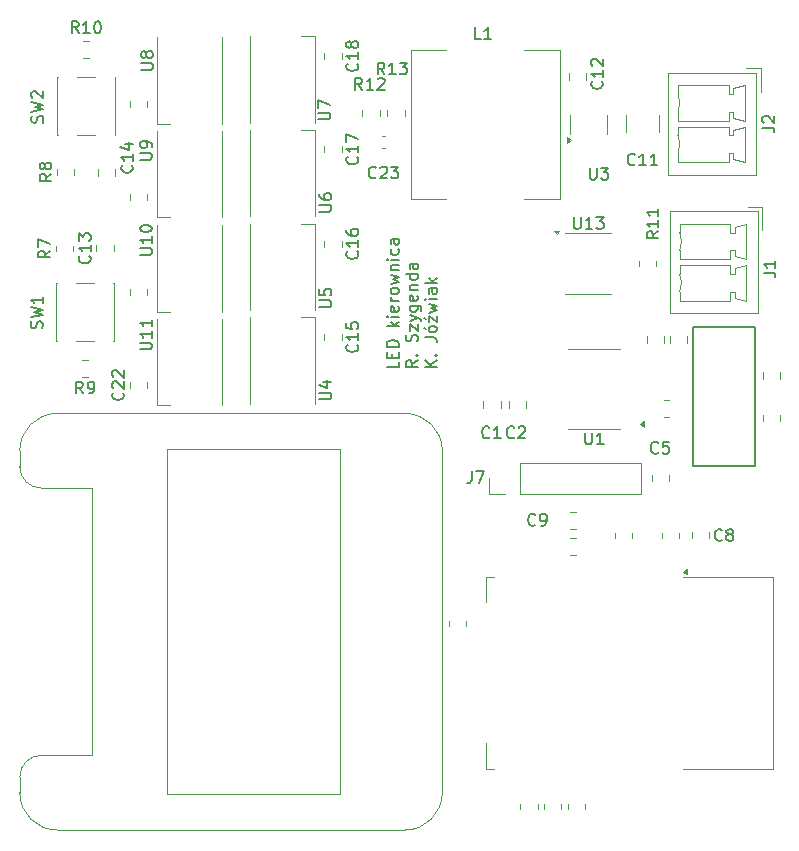
<source format=gbr>
%TF.GenerationSoftware,KiCad,Pcbnew,8.0.6*%
%TF.CreationDate,2024-12-14T14:20:07+01:00*%
%TF.ProjectId,PUEE,50554545-2e6b-4696-9361-645f70636258,rev?*%
%TF.SameCoordinates,Original*%
%TF.FileFunction,Legend,Top*%
%TF.FilePolarity,Positive*%
%FSLAX46Y46*%
G04 Gerber Fmt 4.6, Leading zero omitted, Abs format (unit mm)*
G04 Created by KiCad (PCBNEW 8.0.6) date 2024-12-14 14:20:07*
%MOMM*%
%LPD*%
G01*
G04 APERTURE LIST*
%ADD10C,0.187500*%
%ADD11C,0.150000*%
%ADD12C,0.120000*%
%ADD13C,0.152400*%
G04 APERTURE END LIST*
D10*
X145947981Y-76662359D02*
X145947981Y-77138549D01*
X145947981Y-77138549D02*
X144947981Y-77138549D01*
X145424171Y-76329025D02*
X145424171Y-75995692D01*
X145947981Y-75852835D02*
X145947981Y-76329025D01*
X145947981Y-76329025D02*
X144947981Y-76329025D01*
X144947981Y-76329025D02*
X144947981Y-75852835D01*
X145947981Y-75424263D02*
X144947981Y-75424263D01*
X144947981Y-75424263D02*
X144947981Y-75186168D01*
X144947981Y-75186168D02*
X144995600Y-75043311D01*
X144995600Y-75043311D02*
X145090838Y-74948073D01*
X145090838Y-74948073D02*
X145186076Y-74900454D01*
X145186076Y-74900454D02*
X145376552Y-74852835D01*
X145376552Y-74852835D02*
X145519409Y-74852835D01*
X145519409Y-74852835D02*
X145709885Y-74900454D01*
X145709885Y-74900454D02*
X145805123Y-74948073D01*
X145805123Y-74948073D02*
X145900362Y-75043311D01*
X145900362Y-75043311D02*
X145947981Y-75186168D01*
X145947981Y-75186168D02*
X145947981Y-75424263D01*
X145947981Y-73662358D02*
X144947981Y-73662358D01*
X145567028Y-73567120D02*
X145947981Y-73281406D01*
X145281314Y-73281406D02*
X145662266Y-73662358D01*
X145947981Y-72852834D02*
X145281314Y-72852834D01*
X144947981Y-72852834D02*
X144995600Y-72900453D01*
X144995600Y-72900453D02*
X145043219Y-72852834D01*
X145043219Y-72852834D02*
X144995600Y-72805215D01*
X144995600Y-72805215D02*
X144947981Y-72852834D01*
X144947981Y-72852834D02*
X145043219Y-72852834D01*
X145900362Y-71995692D02*
X145947981Y-72090930D01*
X145947981Y-72090930D02*
X145947981Y-72281406D01*
X145947981Y-72281406D02*
X145900362Y-72376644D01*
X145900362Y-72376644D02*
X145805123Y-72424263D01*
X145805123Y-72424263D02*
X145424171Y-72424263D01*
X145424171Y-72424263D02*
X145328933Y-72376644D01*
X145328933Y-72376644D02*
X145281314Y-72281406D01*
X145281314Y-72281406D02*
X145281314Y-72090930D01*
X145281314Y-72090930D02*
X145328933Y-71995692D01*
X145328933Y-71995692D02*
X145424171Y-71948073D01*
X145424171Y-71948073D02*
X145519409Y-71948073D01*
X145519409Y-71948073D02*
X145614647Y-72424263D01*
X145947981Y-71519501D02*
X145281314Y-71519501D01*
X145471790Y-71519501D02*
X145376552Y-71471882D01*
X145376552Y-71471882D02*
X145328933Y-71424263D01*
X145328933Y-71424263D02*
X145281314Y-71329025D01*
X145281314Y-71329025D02*
X145281314Y-71233787D01*
X145947981Y-70757596D02*
X145900362Y-70852834D01*
X145900362Y-70852834D02*
X145852742Y-70900453D01*
X145852742Y-70900453D02*
X145757504Y-70948072D01*
X145757504Y-70948072D02*
X145471790Y-70948072D01*
X145471790Y-70948072D02*
X145376552Y-70900453D01*
X145376552Y-70900453D02*
X145328933Y-70852834D01*
X145328933Y-70852834D02*
X145281314Y-70757596D01*
X145281314Y-70757596D02*
X145281314Y-70614739D01*
X145281314Y-70614739D02*
X145328933Y-70519501D01*
X145328933Y-70519501D02*
X145376552Y-70471882D01*
X145376552Y-70471882D02*
X145471790Y-70424263D01*
X145471790Y-70424263D02*
X145757504Y-70424263D01*
X145757504Y-70424263D02*
X145852742Y-70471882D01*
X145852742Y-70471882D02*
X145900362Y-70519501D01*
X145900362Y-70519501D02*
X145947981Y-70614739D01*
X145947981Y-70614739D02*
X145947981Y-70757596D01*
X145281314Y-70090929D02*
X145947981Y-69900453D01*
X145947981Y-69900453D02*
X145471790Y-69709977D01*
X145471790Y-69709977D02*
X145947981Y-69519501D01*
X145947981Y-69519501D02*
X145281314Y-69329025D01*
X145281314Y-68948072D02*
X145947981Y-68948072D01*
X145376552Y-68948072D02*
X145328933Y-68900453D01*
X145328933Y-68900453D02*
X145281314Y-68805215D01*
X145281314Y-68805215D02*
X145281314Y-68662358D01*
X145281314Y-68662358D02*
X145328933Y-68567120D01*
X145328933Y-68567120D02*
X145424171Y-68519501D01*
X145424171Y-68519501D02*
X145947981Y-68519501D01*
X145947981Y-68043310D02*
X145281314Y-68043310D01*
X144947981Y-68043310D02*
X144995600Y-68090929D01*
X144995600Y-68090929D02*
X145043219Y-68043310D01*
X145043219Y-68043310D02*
X144995600Y-67995691D01*
X144995600Y-67995691D02*
X144947981Y-68043310D01*
X144947981Y-68043310D02*
X145043219Y-68043310D01*
X145900362Y-67138549D02*
X145947981Y-67233787D01*
X145947981Y-67233787D02*
X145947981Y-67424263D01*
X145947981Y-67424263D02*
X145900362Y-67519501D01*
X145900362Y-67519501D02*
X145852742Y-67567120D01*
X145852742Y-67567120D02*
X145757504Y-67614739D01*
X145757504Y-67614739D02*
X145471790Y-67614739D01*
X145471790Y-67614739D02*
X145376552Y-67567120D01*
X145376552Y-67567120D02*
X145328933Y-67519501D01*
X145328933Y-67519501D02*
X145281314Y-67424263D01*
X145281314Y-67424263D02*
X145281314Y-67233787D01*
X145281314Y-67233787D02*
X145328933Y-67138549D01*
X145947981Y-66281406D02*
X145424171Y-66281406D01*
X145424171Y-66281406D02*
X145328933Y-66329025D01*
X145328933Y-66329025D02*
X145281314Y-66424263D01*
X145281314Y-66424263D02*
X145281314Y-66614739D01*
X145281314Y-66614739D02*
X145328933Y-66709977D01*
X145900362Y-66281406D02*
X145947981Y-66376644D01*
X145947981Y-66376644D02*
X145947981Y-66614739D01*
X145947981Y-66614739D02*
X145900362Y-66709977D01*
X145900362Y-66709977D02*
X145805123Y-66757596D01*
X145805123Y-66757596D02*
X145709885Y-66757596D01*
X145709885Y-66757596D02*
X145614647Y-66709977D01*
X145614647Y-66709977D02*
X145567028Y-66614739D01*
X145567028Y-66614739D02*
X145567028Y-66376644D01*
X145567028Y-66376644D02*
X145519409Y-66281406D01*
X147557925Y-76567121D02*
X147081734Y-76900454D01*
X147557925Y-77138549D02*
X146557925Y-77138549D01*
X146557925Y-77138549D02*
X146557925Y-76757597D01*
X146557925Y-76757597D02*
X146605544Y-76662359D01*
X146605544Y-76662359D02*
X146653163Y-76614740D01*
X146653163Y-76614740D02*
X146748401Y-76567121D01*
X146748401Y-76567121D02*
X146891258Y-76567121D01*
X146891258Y-76567121D02*
X146986496Y-76614740D01*
X146986496Y-76614740D02*
X147034115Y-76662359D01*
X147034115Y-76662359D02*
X147081734Y-76757597D01*
X147081734Y-76757597D02*
X147081734Y-77138549D01*
X147462686Y-76138549D02*
X147510306Y-76090930D01*
X147510306Y-76090930D02*
X147557925Y-76138549D01*
X147557925Y-76138549D02*
X147510306Y-76186168D01*
X147510306Y-76186168D02*
X147462686Y-76138549D01*
X147462686Y-76138549D02*
X147557925Y-76138549D01*
X147510306Y-74948073D02*
X147557925Y-74805216D01*
X147557925Y-74805216D02*
X147557925Y-74567121D01*
X147557925Y-74567121D02*
X147510306Y-74471883D01*
X147510306Y-74471883D02*
X147462686Y-74424264D01*
X147462686Y-74424264D02*
X147367448Y-74376645D01*
X147367448Y-74376645D02*
X147272210Y-74376645D01*
X147272210Y-74376645D02*
X147176972Y-74424264D01*
X147176972Y-74424264D02*
X147129353Y-74471883D01*
X147129353Y-74471883D02*
X147081734Y-74567121D01*
X147081734Y-74567121D02*
X147034115Y-74757597D01*
X147034115Y-74757597D02*
X146986496Y-74852835D01*
X146986496Y-74852835D02*
X146938877Y-74900454D01*
X146938877Y-74900454D02*
X146843639Y-74948073D01*
X146843639Y-74948073D02*
X146748401Y-74948073D01*
X146748401Y-74948073D02*
X146653163Y-74900454D01*
X146653163Y-74900454D02*
X146605544Y-74852835D01*
X146605544Y-74852835D02*
X146557925Y-74757597D01*
X146557925Y-74757597D02*
X146557925Y-74519502D01*
X146557925Y-74519502D02*
X146605544Y-74376645D01*
X146891258Y-74043311D02*
X146891258Y-73519502D01*
X146891258Y-73519502D02*
X147557925Y-74043311D01*
X147557925Y-74043311D02*
X147557925Y-73519502D01*
X146891258Y-73233787D02*
X147557925Y-72995692D01*
X146891258Y-72757597D02*
X147557925Y-72995692D01*
X147557925Y-72995692D02*
X147796020Y-73090930D01*
X147796020Y-73090930D02*
X147843639Y-73138549D01*
X147843639Y-73138549D02*
X147891258Y-73233787D01*
X146891258Y-71948073D02*
X147700782Y-71948073D01*
X147700782Y-71948073D02*
X147796020Y-71995692D01*
X147796020Y-71995692D02*
X147843639Y-72043311D01*
X147843639Y-72043311D02*
X147891258Y-72138549D01*
X147891258Y-72138549D02*
X147891258Y-72281406D01*
X147891258Y-72281406D02*
X147843639Y-72376644D01*
X147510306Y-71948073D02*
X147557925Y-72043311D01*
X147557925Y-72043311D02*
X147557925Y-72233787D01*
X147557925Y-72233787D02*
X147510306Y-72329025D01*
X147510306Y-72329025D02*
X147462686Y-72376644D01*
X147462686Y-72376644D02*
X147367448Y-72424263D01*
X147367448Y-72424263D02*
X147081734Y-72424263D01*
X147081734Y-72424263D02*
X146986496Y-72376644D01*
X146986496Y-72376644D02*
X146938877Y-72329025D01*
X146938877Y-72329025D02*
X146891258Y-72233787D01*
X146891258Y-72233787D02*
X146891258Y-72043311D01*
X146891258Y-72043311D02*
X146938877Y-71948073D01*
X147510306Y-71090930D02*
X147557925Y-71186168D01*
X147557925Y-71186168D02*
X147557925Y-71376644D01*
X147557925Y-71376644D02*
X147510306Y-71471882D01*
X147510306Y-71471882D02*
X147415067Y-71519501D01*
X147415067Y-71519501D02*
X147034115Y-71519501D01*
X147034115Y-71519501D02*
X146938877Y-71471882D01*
X146938877Y-71471882D02*
X146891258Y-71376644D01*
X146891258Y-71376644D02*
X146891258Y-71186168D01*
X146891258Y-71186168D02*
X146938877Y-71090930D01*
X146938877Y-71090930D02*
X147034115Y-71043311D01*
X147034115Y-71043311D02*
X147129353Y-71043311D01*
X147129353Y-71043311D02*
X147224591Y-71519501D01*
X146891258Y-70614739D02*
X147557925Y-70614739D01*
X146986496Y-70614739D02*
X146938877Y-70567120D01*
X146938877Y-70567120D02*
X146891258Y-70471882D01*
X146891258Y-70471882D02*
X146891258Y-70329025D01*
X146891258Y-70329025D02*
X146938877Y-70233787D01*
X146938877Y-70233787D02*
X147034115Y-70186168D01*
X147034115Y-70186168D02*
X147557925Y-70186168D01*
X147557925Y-69281406D02*
X146557925Y-69281406D01*
X147510306Y-69281406D02*
X147557925Y-69376644D01*
X147557925Y-69376644D02*
X147557925Y-69567120D01*
X147557925Y-69567120D02*
X147510306Y-69662358D01*
X147510306Y-69662358D02*
X147462686Y-69709977D01*
X147462686Y-69709977D02*
X147367448Y-69757596D01*
X147367448Y-69757596D02*
X147081734Y-69757596D01*
X147081734Y-69757596D02*
X146986496Y-69709977D01*
X146986496Y-69709977D02*
X146938877Y-69662358D01*
X146938877Y-69662358D02*
X146891258Y-69567120D01*
X146891258Y-69567120D02*
X146891258Y-69376644D01*
X146891258Y-69376644D02*
X146938877Y-69281406D01*
X147557925Y-68376644D02*
X147034115Y-68376644D01*
X147034115Y-68376644D02*
X146938877Y-68424263D01*
X146938877Y-68424263D02*
X146891258Y-68519501D01*
X146891258Y-68519501D02*
X146891258Y-68709977D01*
X146891258Y-68709977D02*
X146938877Y-68805215D01*
X147510306Y-68376644D02*
X147557925Y-68471882D01*
X147557925Y-68471882D02*
X147557925Y-68709977D01*
X147557925Y-68709977D02*
X147510306Y-68805215D01*
X147510306Y-68805215D02*
X147415067Y-68852834D01*
X147415067Y-68852834D02*
X147319829Y-68852834D01*
X147319829Y-68852834D02*
X147224591Y-68805215D01*
X147224591Y-68805215D02*
X147176972Y-68709977D01*
X147176972Y-68709977D02*
X147176972Y-68471882D01*
X147176972Y-68471882D02*
X147129353Y-68376644D01*
X149167869Y-77138549D02*
X148167869Y-77138549D01*
X149167869Y-76567121D02*
X148596440Y-76995692D01*
X148167869Y-76567121D02*
X148739297Y-77138549D01*
X149072630Y-76138549D02*
X149120250Y-76090930D01*
X149120250Y-76090930D02*
X149167869Y-76138549D01*
X149167869Y-76138549D02*
X149120250Y-76186168D01*
X149120250Y-76186168D02*
X149072630Y-76138549D01*
X149072630Y-76138549D02*
X149167869Y-76138549D01*
X148167869Y-74614740D02*
X148882154Y-74614740D01*
X148882154Y-74614740D02*
X149025011Y-74662359D01*
X149025011Y-74662359D02*
X149120250Y-74757597D01*
X149120250Y-74757597D02*
X149167869Y-74900454D01*
X149167869Y-74900454D02*
X149167869Y-74995692D01*
X149167869Y-73995692D02*
X149120250Y-74090930D01*
X149120250Y-74090930D02*
X149072630Y-74138549D01*
X149072630Y-74138549D02*
X148977392Y-74186168D01*
X148977392Y-74186168D02*
X148691678Y-74186168D01*
X148691678Y-74186168D02*
X148596440Y-74138549D01*
X148596440Y-74138549D02*
X148548821Y-74090930D01*
X148548821Y-74090930D02*
X148501202Y-73995692D01*
X148501202Y-73995692D02*
X148501202Y-73852835D01*
X148501202Y-73852835D02*
X148548821Y-73757597D01*
X148548821Y-73757597D02*
X148596440Y-73709978D01*
X148596440Y-73709978D02*
X148691678Y-73662359D01*
X148691678Y-73662359D02*
X148977392Y-73662359D01*
X148977392Y-73662359D02*
X149072630Y-73709978D01*
X149072630Y-73709978D02*
X149120250Y-73757597D01*
X149120250Y-73757597D02*
X149167869Y-73852835D01*
X149167869Y-73852835D02*
X149167869Y-73995692D01*
X148120250Y-73805216D02*
X148263107Y-73948073D01*
X148501202Y-73329025D02*
X148501202Y-72805216D01*
X148501202Y-72805216D02*
X149167869Y-73329025D01*
X149167869Y-73329025D02*
X149167869Y-72805216D01*
X148120250Y-72948073D02*
X148263107Y-73090930D01*
X148501202Y-72519501D02*
X149167869Y-72329025D01*
X149167869Y-72329025D02*
X148691678Y-72138549D01*
X148691678Y-72138549D02*
X149167869Y-71948073D01*
X149167869Y-71948073D02*
X148501202Y-71757597D01*
X149167869Y-71376644D02*
X148501202Y-71376644D01*
X148167869Y-71376644D02*
X148215488Y-71424263D01*
X148215488Y-71424263D02*
X148263107Y-71376644D01*
X148263107Y-71376644D02*
X148215488Y-71329025D01*
X148215488Y-71329025D02*
X148167869Y-71376644D01*
X148167869Y-71376644D02*
X148263107Y-71376644D01*
X149167869Y-70471883D02*
X148644059Y-70471883D01*
X148644059Y-70471883D02*
X148548821Y-70519502D01*
X148548821Y-70519502D02*
X148501202Y-70614740D01*
X148501202Y-70614740D02*
X148501202Y-70805216D01*
X148501202Y-70805216D02*
X148548821Y-70900454D01*
X149120250Y-70471883D02*
X149167869Y-70567121D01*
X149167869Y-70567121D02*
X149167869Y-70805216D01*
X149167869Y-70805216D02*
X149120250Y-70900454D01*
X149120250Y-70900454D02*
X149025011Y-70948073D01*
X149025011Y-70948073D02*
X148929773Y-70948073D01*
X148929773Y-70948073D02*
X148834535Y-70900454D01*
X148834535Y-70900454D02*
X148786916Y-70805216D01*
X148786916Y-70805216D02*
X148786916Y-70567121D01*
X148786916Y-70567121D02*
X148739297Y-70471883D01*
X149167869Y-69995692D02*
X148167869Y-69995692D01*
X148786916Y-69900454D02*
X149167869Y-69614740D01*
X148501202Y-69614740D02*
X148882154Y-69995692D01*
D11*
X122604580Y-79302857D02*
X122652200Y-79350476D01*
X122652200Y-79350476D02*
X122699819Y-79493333D01*
X122699819Y-79493333D02*
X122699819Y-79588571D01*
X122699819Y-79588571D02*
X122652200Y-79731428D01*
X122652200Y-79731428D02*
X122556961Y-79826666D01*
X122556961Y-79826666D02*
X122461723Y-79874285D01*
X122461723Y-79874285D02*
X122271247Y-79921904D01*
X122271247Y-79921904D02*
X122128390Y-79921904D01*
X122128390Y-79921904D02*
X121937914Y-79874285D01*
X121937914Y-79874285D02*
X121842676Y-79826666D01*
X121842676Y-79826666D02*
X121747438Y-79731428D01*
X121747438Y-79731428D02*
X121699819Y-79588571D01*
X121699819Y-79588571D02*
X121699819Y-79493333D01*
X121699819Y-79493333D02*
X121747438Y-79350476D01*
X121747438Y-79350476D02*
X121795057Y-79302857D01*
X121795057Y-78921904D02*
X121747438Y-78874285D01*
X121747438Y-78874285D02*
X121699819Y-78779047D01*
X121699819Y-78779047D02*
X121699819Y-78540952D01*
X121699819Y-78540952D02*
X121747438Y-78445714D01*
X121747438Y-78445714D02*
X121795057Y-78398095D01*
X121795057Y-78398095D02*
X121890295Y-78350476D01*
X121890295Y-78350476D02*
X121985533Y-78350476D01*
X121985533Y-78350476D02*
X122128390Y-78398095D01*
X122128390Y-78398095D02*
X122699819Y-78969523D01*
X122699819Y-78969523D02*
X122699819Y-78350476D01*
X121795057Y-77969523D02*
X121747438Y-77921904D01*
X121747438Y-77921904D02*
X121699819Y-77826666D01*
X121699819Y-77826666D02*
X121699819Y-77588571D01*
X121699819Y-77588571D02*
X121747438Y-77493333D01*
X121747438Y-77493333D02*
X121795057Y-77445714D01*
X121795057Y-77445714D02*
X121890295Y-77398095D01*
X121890295Y-77398095D02*
X121985533Y-77398095D01*
X121985533Y-77398095D02*
X122128390Y-77445714D01*
X122128390Y-77445714D02*
X122699819Y-78017142D01*
X122699819Y-78017142D02*
X122699819Y-77398095D01*
X124054819Y-75638094D02*
X124864342Y-75638094D01*
X124864342Y-75638094D02*
X124959580Y-75590475D01*
X124959580Y-75590475D02*
X125007200Y-75542856D01*
X125007200Y-75542856D02*
X125054819Y-75447618D01*
X125054819Y-75447618D02*
X125054819Y-75257142D01*
X125054819Y-75257142D02*
X125007200Y-75161904D01*
X125007200Y-75161904D02*
X124959580Y-75114285D01*
X124959580Y-75114285D02*
X124864342Y-75066666D01*
X124864342Y-75066666D02*
X124054819Y-75066666D01*
X125054819Y-74066666D02*
X125054819Y-74638094D01*
X125054819Y-74352380D02*
X124054819Y-74352380D01*
X124054819Y-74352380D02*
X124197676Y-74447618D01*
X124197676Y-74447618D02*
X124292914Y-74542856D01*
X124292914Y-74542856D02*
X124340533Y-74638094D01*
X125054819Y-73114285D02*
X125054819Y-73685713D01*
X125054819Y-73399999D02*
X124054819Y-73399999D01*
X124054819Y-73399999D02*
X124197676Y-73495237D01*
X124197676Y-73495237D02*
X124292914Y-73590475D01*
X124292914Y-73590475D02*
X124340533Y-73685713D01*
X176854819Y-69133333D02*
X177569104Y-69133333D01*
X177569104Y-69133333D02*
X177711961Y-69180952D01*
X177711961Y-69180952D02*
X177807200Y-69276190D01*
X177807200Y-69276190D02*
X177854819Y-69419047D01*
X177854819Y-69419047D02*
X177854819Y-69514285D01*
X177854819Y-68133333D02*
X177854819Y-68704761D01*
X177854819Y-68419047D02*
X176854819Y-68419047D01*
X176854819Y-68419047D02*
X176997676Y-68514285D01*
X176997676Y-68514285D02*
X177092914Y-68609523D01*
X177092914Y-68609523D02*
X177140533Y-68704761D01*
X116454819Y-67266666D02*
X115978628Y-67599999D01*
X116454819Y-67838094D02*
X115454819Y-67838094D01*
X115454819Y-67838094D02*
X115454819Y-67457142D01*
X115454819Y-67457142D02*
X115502438Y-67361904D01*
X115502438Y-67361904D02*
X115550057Y-67314285D01*
X115550057Y-67314285D02*
X115645295Y-67266666D01*
X115645295Y-67266666D02*
X115788152Y-67266666D01*
X115788152Y-67266666D02*
X115883390Y-67314285D01*
X115883390Y-67314285D02*
X115931009Y-67361904D01*
X115931009Y-67361904D02*
X115978628Y-67457142D01*
X115978628Y-67457142D02*
X115978628Y-67838094D01*
X115454819Y-66933332D02*
X115454819Y-66266666D01*
X115454819Y-66266666D02*
X116454819Y-66695237D01*
X115807200Y-56433332D02*
X115854819Y-56290475D01*
X115854819Y-56290475D02*
X115854819Y-56052380D01*
X115854819Y-56052380D02*
X115807200Y-55957142D01*
X115807200Y-55957142D02*
X115759580Y-55909523D01*
X115759580Y-55909523D02*
X115664342Y-55861904D01*
X115664342Y-55861904D02*
X115569104Y-55861904D01*
X115569104Y-55861904D02*
X115473866Y-55909523D01*
X115473866Y-55909523D02*
X115426247Y-55957142D01*
X115426247Y-55957142D02*
X115378628Y-56052380D01*
X115378628Y-56052380D02*
X115331009Y-56242856D01*
X115331009Y-56242856D02*
X115283390Y-56338094D01*
X115283390Y-56338094D02*
X115235771Y-56385713D01*
X115235771Y-56385713D02*
X115140533Y-56433332D01*
X115140533Y-56433332D02*
X115045295Y-56433332D01*
X115045295Y-56433332D02*
X114950057Y-56385713D01*
X114950057Y-56385713D02*
X114902438Y-56338094D01*
X114902438Y-56338094D02*
X114854819Y-56242856D01*
X114854819Y-56242856D02*
X114854819Y-56004761D01*
X114854819Y-56004761D02*
X114902438Y-55861904D01*
X114854819Y-55528570D02*
X115854819Y-55290475D01*
X115854819Y-55290475D02*
X115140533Y-55099999D01*
X115140533Y-55099999D02*
X115854819Y-54909523D01*
X115854819Y-54909523D02*
X114854819Y-54671428D01*
X114950057Y-54338094D02*
X114902438Y-54290475D01*
X114902438Y-54290475D02*
X114854819Y-54195237D01*
X114854819Y-54195237D02*
X114854819Y-53957142D01*
X114854819Y-53957142D02*
X114902438Y-53861904D01*
X114902438Y-53861904D02*
X114950057Y-53814285D01*
X114950057Y-53814285D02*
X115045295Y-53766666D01*
X115045295Y-53766666D02*
X115140533Y-53766666D01*
X115140533Y-53766666D02*
X115283390Y-53814285D01*
X115283390Y-53814285D02*
X115854819Y-54385713D01*
X115854819Y-54385713D02*
X115854819Y-53766666D01*
X167954819Y-65642857D02*
X167478628Y-65976190D01*
X167954819Y-66214285D02*
X166954819Y-66214285D01*
X166954819Y-66214285D02*
X166954819Y-65833333D01*
X166954819Y-65833333D02*
X167002438Y-65738095D01*
X167002438Y-65738095D02*
X167050057Y-65690476D01*
X167050057Y-65690476D02*
X167145295Y-65642857D01*
X167145295Y-65642857D02*
X167288152Y-65642857D01*
X167288152Y-65642857D02*
X167383390Y-65690476D01*
X167383390Y-65690476D02*
X167431009Y-65738095D01*
X167431009Y-65738095D02*
X167478628Y-65833333D01*
X167478628Y-65833333D02*
X167478628Y-66214285D01*
X167954819Y-64690476D02*
X167954819Y-65261904D01*
X167954819Y-64976190D02*
X166954819Y-64976190D01*
X166954819Y-64976190D02*
X167097676Y-65071428D01*
X167097676Y-65071428D02*
X167192914Y-65166666D01*
X167192914Y-65166666D02*
X167240533Y-65261904D01*
X167954819Y-63738095D02*
X167954819Y-64309523D01*
X167954819Y-64023809D02*
X166954819Y-64023809D01*
X166954819Y-64023809D02*
X167097676Y-64119047D01*
X167097676Y-64119047D02*
X167192914Y-64214285D01*
X167192914Y-64214285D02*
X167240533Y-64309523D01*
X139254819Y-63961904D02*
X140064342Y-63961904D01*
X140064342Y-63961904D02*
X140159580Y-63914285D01*
X140159580Y-63914285D02*
X140207200Y-63866666D01*
X140207200Y-63866666D02*
X140254819Y-63771428D01*
X140254819Y-63771428D02*
X140254819Y-63580952D01*
X140254819Y-63580952D02*
X140207200Y-63485714D01*
X140207200Y-63485714D02*
X140159580Y-63438095D01*
X140159580Y-63438095D02*
X140064342Y-63390476D01*
X140064342Y-63390476D02*
X139254819Y-63390476D01*
X139254819Y-62485714D02*
X139254819Y-62676190D01*
X139254819Y-62676190D02*
X139302438Y-62771428D01*
X139302438Y-62771428D02*
X139350057Y-62819047D01*
X139350057Y-62819047D02*
X139492914Y-62914285D01*
X139492914Y-62914285D02*
X139683390Y-62961904D01*
X139683390Y-62961904D02*
X140064342Y-62961904D01*
X140064342Y-62961904D02*
X140159580Y-62914285D01*
X140159580Y-62914285D02*
X140207200Y-62866666D01*
X140207200Y-62866666D02*
X140254819Y-62771428D01*
X140254819Y-62771428D02*
X140254819Y-62580952D01*
X140254819Y-62580952D02*
X140207200Y-62485714D01*
X140207200Y-62485714D02*
X140159580Y-62438095D01*
X140159580Y-62438095D02*
X140064342Y-62390476D01*
X140064342Y-62390476D02*
X139826247Y-62390476D01*
X139826247Y-62390476D02*
X139731009Y-62438095D01*
X139731009Y-62438095D02*
X139683390Y-62485714D01*
X139683390Y-62485714D02*
X139635771Y-62580952D01*
X139635771Y-62580952D02*
X139635771Y-62771428D01*
X139635771Y-62771428D02*
X139683390Y-62866666D01*
X139683390Y-62866666D02*
X139731009Y-62914285D01*
X139731009Y-62914285D02*
X139826247Y-62961904D01*
X161750595Y-82679819D02*
X161750595Y-83489342D01*
X161750595Y-83489342D02*
X161798214Y-83584580D01*
X161798214Y-83584580D02*
X161845833Y-83632200D01*
X161845833Y-83632200D02*
X161941071Y-83679819D01*
X161941071Y-83679819D02*
X162131547Y-83679819D01*
X162131547Y-83679819D02*
X162226785Y-83632200D01*
X162226785Y-83632200D02*
X162274404Y-83584580D01*
X162274404Y-83584580D02*
X162322023Y-83489342D01*
X162322023Y-83489342D02*
X162322023Y-82679819D01*
X163322023Y-83679819D02*
X162750595Y-83679819D01*
X163036309Y-83679819D02*
X163036309Y-82679819D01*
X163036309Y-82679819D02*
X162941071Y-82822676D01*
X162941071Y-82822676D02*
X162845833Y-82917914D01*
X162845833Y-82917914D02*
X162750595Y-82965533D01*
X142439580Y-51432857D02*
X142487200Y-51480476D01*
X142487200Y-51480476D02*
X142534819Y-51623333D01*
X142534819Y-51623333D02*
X142534819Y-51718571D01*
X142534819Y-51718571D02*
X142487200Y-51861428D01*
X142487200Y-51861428D02*
X142391961Y-51956666D01*
X142391961Y-51956666D02*
X142296723Y-52004285D01*
X142296723Y-52004285D02*
X142106247Y-52051904D01*
X142106247Y-52051904D02*
X141963390Y-52051904D01*
X141963390Y-52051904D02*
X141772914Y-52004285D01*
X141772914Y-52004285D02*
X141677676Y-51956666D01*
X141677676Y-51956666D02*
X141582438Y-51861428D01*
X141582438Y-51861428D02*
X141534819Y-51718571D01*
X141534819Y-51718571D02*
X141534819Y-51623333D01*
X141534819Y-51623333D02*
X141582438Y-51480476D01*
X141582438Y-51480476D02*
X141630057Y-51432857D01*
X142534819Y-50480476D02*
X142534819Y-51051904D01*
X142534819Y-50766190D02*
X141534819Y-50766190D01*
X141534819Y-50766190D02*
X141677676Y-50861428D01*
X141677676Y-50861428D02*
X141772914Y-50956666D01*
X141772914Y-50956666D02*
X141820533Y-51051904D01*
X141963390Y-49909047D02*
X141915771Y-50004285D01*
X141915771Y-50004285D02*
X141868152Y-50051904D01*
X141868152Y-50051904D02*
X141772914Y-50099523D01*
X141772914Y-50099523D02*
X141725295Y-50099523D01*
X141725295Y-50099523D02*
X141630057Y-50051904D01*
X141630057Y-50051904D02*
X141582438Y-50004285D01*
X141582438Y-50004285D02*
X141534819Y-49909047D01*
X141534819Y-49909047D02*
X141534819Y-49718571D01*
X141534819Y-49718571D02*
X141582438Y-49623333D01*
X141582438Y-49623333D02*
X141630057Y-49575714D01*
X141630057Y-49575714D02*
X141725295Y-49528095D01*
X141725295Y-49528095D02*
X141772914Y-49528095D01*
X141772914Y-49528095D02*
X141868152Y-49575714D01*
X141868152Y-49575714D02*
X141915771Y-49623333D01*
X141915771Y-49623333D02*
X141963390Y-49718571D01*
X141963390Y-49718571D02*
X141963390Y-49909047D01*
X141963390Y-49909047D02*
X142011009Y-50004285D01*
X142011009Y-50004285D02*
X142058628Y-50051904D01*
X142058628Y-50051904D02*
X142153866Y-50099523D01*
X142153866Y-50099523D02*
X142344342Y-50099523D01*
X142344342Y-50099523D02*
X142439580Y-50051904D01*
X142439580Y-50051904D02*
X142487200Y-50004285D01*
X142487200Y-50004285D02*
X142534819Y-49909047D01*
X142534819Y-49909047D02*
X142534819Y-49718571D01*
X142534819Y-49718571D02*
X142487200Y-49623333D01*
X142487200Y-49623333D02*
X142439580Y-49575714D01*
X142439580Y-49575714D02*
X142344342Y-49528095D01*
X142344342Y-49528095D02*
X142153866Y-49528095D01*
X142153866Y-49528095D02*
X142058628Y-49575714D01*
X142058628Y-49575714D02*
X142011009Y-49623333D01*
X142011009Y-49623333D02*
X141963390Y-49718571D01*
X157533333Y-90459580D02*
X157485714Y-90507200D01*
X157485714Y-90507200D02*
X157342857Y-90554819D01*
X157342857Y-90554819D02*
X157247619Y-90554819D01*
X157247619Y-90554819D02*
X157104762Y-90507200D01*
X157104762Y-90507200D02*
X157009524Y-90411961D01*
X157009524Y-90411961D02*
X156961905Y-90316723D01*
X156961905Y-90316723D02*
X156914286Y-90126247D01*
X156914286Y-90126247D02*
X156914286Y-89983390D01*
X156914286Y-89983390D02*
X156961905Y-89792914D01*
X156961905Y-89792914D02*
X157009524Y-89697676D01*
X157009524Y-89697676D02*
X157104762Y-89602438D01*
X157104762Y-89602438D02*
X157247619Y-89554819D01*
X157247619Y-89554819D02*
X157342857Y-89554819D01*
X157342857Y-89554819D02*
X157485714Y-89602438D01*
X157485714Y-89602438D02*
X157533333Y-89650057D01*
X158009524Y-90554819D02*
X158200000Y-90554819D01*
X158200000Y-90554819D02*
X158295238Y-90507200D01*
X158295238Y-90507200D02*
X158342857Y-90459580D01*
X158342857Y-90459580D02*
X158438095Y-90316723D01*
X158438095Y-90316723D02*
X158485714Y-90126247D01*
X158485714Y-90126247D02*
X158485714Y-89745295D01*
X158485714Y-89745295D02*
X158438095Y-89650057D01*
X158438095Y-89650057D02*
X158390476Y-89602438D01*
X158390476Y-89602438D02*
X158295238Y-89554819D01*
X158295238Y-89554819D02*
X158104762Y-89554819D01*
X158104762Y-89554819D02*
X158009524Y-89602438D01*
X158009524Y-89602438D02*
X157961905Y-89650057D01*
X157961905Y-89650057D02*
X157914286Y-89745295D01*
X157914286Y-89745295D02*
X157914286Y-89983390D01*
X157914286Y-89983390D02*
X157961905Y-90078628D01*
X157961905Y-90078628D02*
X158009524Y-90126247D01*
X158009524Y-90126247D02*
X158104762Y-90173866D01*
X158104762Y-90173866D02*
X158295238Y-90173866D01*
X158295238Y-90173866D02*
X158390476Y-90126247D01*
X158390476Y-90126247D02*
X158438095Y-90078628D01*
X158438095Y-90078628D02*
X158485714Y-89983390D01*
X119779580Y-67722857D02*
X119827200Y-67770476D01*
X119827200Y-67770476D02*
X119874819Y-67913333D01*
X119874819Y-67913333D02*
X119874819Y-68008571D01*
X119874819Y-68008571D02*
X119827200Y-68151428D01*
X119827200Y-68151428D02*
X119731961Y-68246666D01*
X119731961Y-68246666D02*
X119636723Y-68294285D01*
X119636723Y-68294285D02*
X119446247Y-68341904D01*
X119446247Y-68341904D02*
X119303390Y-68341904D01*
X119303390Y-68341904D02*
X119112914Y-68294285D01*
X119112914Y-68294285D02*
X119017676Y-68246666D01*
X119017676Y-68246666D02*
X118922438Y-68151428D01*
X118922438Y-68151428D02*
X118874819Y-68008571D01*
X118874819Y-68008571D02*
X118874819Y-67913333D01*
X118874819Y-67913333D02*
X118922438Y-67770476D01*
X118922438Y-67770476D02*
X118970057Y-67722857D01*
X119874819Y-66770476D02*
X119874819Y-67341904D01*
X119874819Y-67056190D02*
X118874819Y-67056190D01*
X118874819Y-67056190D02*
X119017676Y-67151428D01*
X119017676Y-67151428D02*
X119112914Y-67246666D01*
X119112914Y-67246666D02*
X119160533Y-67341904D01*
X118874819Y-66437142D02*
X118874819Y-65818095D01*
X118874819Y-65818095D02*
X119255771Y-66151428D01*
X119255771Y-66151428D02*
X119255771Y-66008571D01*
X119255771Y-66008571D02*
X119303390Y-65913333D01*
X119303390Y-65913333D02*
X119351009Y-65865714D01*
X119351009Y-65865714D02*
X119446247Y-65818095D01*
X119446247Y-65818095D02*
X119684342Y-65818095D01*
X119684342Y-65818095D02*
X119779580Y-65865714D01*
X119779580Y-65865714D02*
X119827200Y-65913333D01*
X119827200Y-65913333D02*
X119874819Y-66008571D01*
X119874819Y-66008571D02*
X119874819Y-66294285D01*
X119874819Y-66294285D02*
X119827200Y-66389523D01*
X119827200Y-66389523D02*
X119779580Y-66437142D01*
X119233333Y-79354819D02*
X118900000Y-78878628D01*
X118661905Y-79354819D02*
X118661905Y-78354819D01*
X118661905Y-78354819D02*
X119042857Y-78354819D01*
X119042857Y-78354819D02*
X119138095Y-78402438D01*
X119138095Y-78402438D02*
X119185714Y-78450057D01*
X119185714Y-78450057D02*
X119233333Y-78545295D01*
X119233333Y-78545295D02*
X119233333Y-78688152D01*
X119233333Y-78688152D02*
X119185714Y-78783390D01*
X119185714Y-78783390D02*
X119138095Y-78831009D01*
X119138095Y-78831009D02*
X119042857Y-78878628D01*
X119042857Y-78878628D02*
X118661905Y-78878628D01*
X119709524Y-79354819D02*
X119900000Y-79354819D01*
X119900000Y-79354819D02*
X119995238Y-79307200D01*
X119995238Y-79307200D02*
X120042857Y-79259580D01*
X120042857Y-79259580D02*
X120138095Y-79116723D01*
X120138095Y-79116723D02*
X120185714Y-78926247D01*
X120185714Y-78926247D02*
X120185714Y-78545295D01*
X120185714Y-78545295D02*
X120138095Y-78450057D01*
X120138095Y-78450057D02*
X120090476Y-78402438D01*
X120090476Y-78402438D02*
X119995238Y-78354819D01*
X119995238Y-78354819D02*
X119804762Y-78354819D01*
X119804762Y-78354819D02*
X119709524Y-78402438D01*
X119709524Y-78402438D02*
X119661905Y-78450057D01*
X119661905Y-78450057D02*
X119614286Y-78545295D01*
X119614286Y-78545295D02*
X119614286Y-78783390D01*
X119614286Y-78783390D02*
X119661905Y-78878628D01*
X119661905Y-78878628D02*
X119709524Y-78926247D01*
X119709524Y-78926247D02*
X119804762Y-78973866D01*
X119804762Y-78973866D02*
X119995238Y-78973866D01*
X119995238Y-78973866D02*
X120090476Y-78926247D01*
X120090476Y-78926247D02*
X120138095Y-78878628D01*
X120138095Y-78878628D02*
X120185714Y-78783390D01*
X176762319Y-56850833D02*
X177476604Y-56850833D01*
X177476604Y-56850833D02*
X177619461Y-56898452D01*
X177619461Y-56898452D02*
X177714700Y-56993690D01*
X177714700Y-56993690D02*
X177762319Y-57136547D01*
X177762319Y-57136547D02*
X177762319Y-57231785D01*
X176857557Y-56422261D02*
X176809938Y-56374642D01*
X176809938Y-56374642D02*
X176762319Y-56279404D01*
X176762319Y-56279404D02*
X176762319Y-56041309D01*
X176762319Y-56041309D02*
X176809938Y-55946071D01*
X176809938Y-55946071D02*
X176857557Y-55898452D01*
X176857557Y-55898452D02*
X176952795Y-55850833D01*
X176952795Y-55850833D02*
X177048033Y-55850833D01*
X177048033Y-55850833D02*
X177190890Y-55898452D01*
X177190890Y-55898452D02*
X177762319Y-56469880D01*
X177762319Y-56469880D02*
X177762319Y-55850833D01*
X152933333Y-49354819D02*
X152457143Y-49354819D01*
X152457143Y-49354819D02*
X152457143Y-48354819D01*
X153790476Y-49354819D02*
X153219048Y-49354819D01*
X153504762Y-49354819D02*
X153504762Y-48354819D01*
X153504762Y-48354819D02*
X153409524Y-48497676D01*
X153409524Y-48497676D02*
X153314286Y-48592914D01*
X153314286Y-48592914D02*
X153219048Y-48640533D01*
X163159580Y-52942857D02*
X163207200Y-52990476D01*
X163207200Y-52990476D02*
X163254819Y-53133333D01*
X163254819Y-53133333D02*
X163254819Y-53228571D01*
X163254819Y-53228571D02*
X163207200Y-53371428D01*
X163207200Y-53371428D02*
X163111961Y-53466666D01*
X163111961Y-53466666D02*
X163016723Y-53514285D01*
X163016723Y-53514285D02*
X162826247Y-53561904D01*
X162826247Y-53561904D02*
X162683390Y-53561904D01*
X162683390Y-53561904D02*
X162492914Y-53514285D01*
X162492914Y-53514285D02*
X162397676Y-53466666D01*
X162397676Y-53466666D02*
X162302438Y-53371428D01*
X162302438Y-53371428D02*
X162254819Y-53228571D01*
X162254819Y-53228571D02*
X162254819Y-53133333D01*
X162254819Y-53133333D02*
X162302438Y-52990476D01*
X162302438Y-52990476D02*
X162350057Y-52942857D01*
X163254819Y-51990476D02*
X163254819Y-52561904D01*
X163254819Y-52276190D02*
X162254819Y-52276190D01*
X162254819Y-52276190D02*
X162397676Y-52371428D01*
X162397676Y-52371428D02*
X162492914Y-52466666D01*
X162492914Y-52466666D02*
X162540533Y-52561904D01*
X162350057Y-51609523D02*
X162302438Y-51561904D01*
X162302438Y-51561904D02*
X162254819Y-51466666D01*
X162254819Y-51466666D02*
X162254819Y-51228571D01*
X162254819Y-51228571D02*
X162302438Y-51133333D01*
X162302438Y-51133333D02*
X162350057Y-51085714D01*
X162350057Y-51085714D02*
X162445295Y-51038095D01*
X162445295Y-51038095D02*
X162540533Y-51038095D01*
X162540533Y-51038095D02*
X162683390Y-51085714D01*
X162683390Y-51085714D02*
X163254819Y-51657142D01*
X163254819Y-51657142D02*
X163254819Y-51038095D01*
X155733333Y-83059580D02*
X155685714Y-83107200D01*
X155685714Y-83107200D02*
X155542857Y-83154819D01*
X155542857Y-83154819D02*
X155447619Y-83154819D01*
X155447619Y-83154819D02*
X155304762Y-83107200D01*
X155304762Y-83107200D02*
X155209524Y-83011961D01*
X155209524Y-83011961D02*
X155161905Y-82916723D01*
X155161905Y-82916723D02*
X155114286Y-82726247D01*
X155114286Y-82726247D02*
X155114286Y-82583390D01*
X155114286Y-82583390D02*
X155161905Y-82392914D01*
X155161905Y-82392914D02*
X155209524Y-82297676D01*
X155209524Y-82297676D02*
X155304762Y-82202438D01*
X155304762Y-82202438D02*
X155447619Y-82154819D01*
X155447619Y-82154819D02*
X155542857Y-82154819D01*
X155542857Y-82154819D02*
X155685714Y-82202438D01*
X155685714Y-82202438D02*
X155733333Y-82250057D01*
X156114286Y-82250057D02*
X156161905Y-82202438D01*
X156161905Y-82202438D02*
X156257143Y-82154819D01*
X156257143Y-82154819D02*
X156495238Y-82154819D01*
X156495238Y-82154819D02*
X156590476Y-82202438D01*
X156590476Y-82202438D02*
X156638095Y-82250057D01*
X156638095Y-82250057D02*
X156685714Y-82345295D01*
X156685714Y-82345295D02*
X156685714Y-82440533D01*
X156685714Y-82440533D02*
X156638095Y-82583390D01*
X156638095Y-82583390D02*
X156066667Y-83154819D01*
X156066667Y-83154819D02*
X156685714Y-83154819D01*
X153633333Y-83059580D02*
X153585714Y-83107200D01*
X153585714Y-83107200D02*
X153442857Y-83154819D01*
X153442857Y-83154819D02*
X153347619Y-83154819D01*
X153347619Y-83154819D02*
X153204762Y-83107200D01*
X153204762Y-83107200D02*
X153109524Y-83011961D01*
X153109524Y-83011961D02*
X153061905Y-82916723D01*
X153061905Y-82916723D02*
X153014286Y-82726247D01*
X153014286Y-82726247D02*
X153014286Y-82583390D01*
X153014286Y-82583390D02*
X153061905Y-82392914D01*
X153061905Y-82392914D02*
X153109524Y-82297676D01*
X153109524Y-82297676D02*
X153204762Y-82202438D01*
X153204762Y-82202438D02*
X153347619Y-82154819D01*
X153347619Y-82154819D02*
X153442857Y-82154819D01*
X153442857Y-82154819D02*
X153585714Y-82202438D01*
X153585714Y-82202438D02*
X153633333Y-82250057D01*
X154585714Y-83154819D02*
X154014286Y-83154819D01*
X154300000Y-83154819D02*
X154300000Y-82154819D01*
X154300000Y-82154819D02*
X154204762Y-82297676D01*
X154204762Y-82297676D02*
X154109524Y-82392914D01*
X154109524Y-82392914D02*
X154014286Y-82440533D01*
X165957142Y-59959580D02*
X165909523Y-60007200D01*
X165909523Y-60007200D02*
X165766666Y-60054819D01*
X165766666Y-60054819D02*
X165671428Y-60054819D01*
X165671428Y-60054819D02*
X165528571Y-60007200D01*
X165528571Y-60007200D02*
X165433333Y-59911961D01*
X165433333Y-59911961D02*
X165385714Y-59816723D01*
X165385714Y-59816723D02*
X165338095Y-59626247D01*
X165338095Y-59626247D02*
X165338095Y-59483390D01*
X165338095Y-59483390D02*
X165385714Y-59292914D01*
X165385714Y-59292914D02*
X165433333Y-59197676D01*
X165433333Y-59197676D02*
X165528571Y-59102438D01*
X165528571Y-59102438D02*
X165671428Y-59054819D01*
X165671428Y-59054819D02*
X165766666Y-59054819D01*
X165766666Y-59054819D02*
X165909523Y-59102438D01*
X165909523Y-59102438D02*
X165957142Y-59150057D01*
X166909523Y-60054819D02*
X166338095Y-60054819D01*
X166623809Y-60054819D02*
X166623809Y-59054819D01*
X166623809Y-59054819D02*
X166528571Y-59197676D01*
X166528571Y-59197676D02*
X166433333Y-59292914D01*
X166433333Y-59292914D02*
X166338095Y-59340533D01*
X167861904Y-60054819D02*
X167290476Y-60054819D01*
X167576190Y-60054819D02*
X167576190Y-59054819D01*
X167576190Y-59054819D02*
X167480952Y-59197676D01*
X167480952Y-59197676D02*
X167385714Y-59292914D01*
X167385714Y-59292914D02*
X167290476Y-59340533D01*
X142439580Y-67332857D02*
X142487200Y-67380476D01*
X142487200Y-67380476D02*
X142534819Y-67523333D01*
X142534819Y-67523333D02*
X142534819Y-67618571D01*
X142534819Y-67618571D02*
X142487200Y-67761428D01*
X142487200Y-67761428D02*
X142391961Y-67856666D01*
X142391961Y-67856666D02*
X142296723Y-67904285D01*
X142296723Y-67904285D02*
X142106247Y-67951904D01*
X142106247Y-67951904D02*
X141963390Y-67951904D01*
X141963390Y-67951904D02*
X141772914Y-67904285D01*
X141772914Y-67904285D02*
X141677676Y-67856666D01*
X141677676Y-67856666D02*
X141582438Y-67761428D01*
X141582438Y-67761428D02*
X141534819Y-67618571D01*
X141534819Y-67618571D02*
X141534819Y-67523333D01*
X141534819Y-67523333D02*
X141582438Y-67380476D01*
X141582438Y-67380476D02*
X141630057Y-67332857D01*
X142534819Y-66380476D02*
X142534819Y-66951904D01*
X142534819Y-66666190D02*
X141534819Y-66666190D01*
X141534819Y-66666190D02*
X141677676Y-66761428D01*
X141677676Y-66761428D02*
X141772914Y-66856666D01*
X141772914Y-66856666D02*
X141820533Y-66951904D01*
X141534819Y-65523333D02*
X141534819Y-65713809D01*
X141534819Y-65713809D02*
X141582438Y-65809047D01*
X141582438Y-65809047D02*
X141630057Y-65856666D01*
X141630057Y-65856666D02*
X141772914Y-65951904D01*
X141772914Y-65951904D02*
X141963390Y-65999523D01*
X141963390Y-65999523D02*
X142344342Y-65999523D01*
X142344342Y-65999523D02*
X142439580Y-65951904D01*
X142439580Y-65951904D02*
X142487200Y-65904285D01*
X142487200Y-65904285D02*
X142534819Y-65809047D01*
X142534819Y-65809047D02*
X142534819Y-65618571D01*
X142534819Y-65618571D02*
X142487200Y-65523333D01*
X142487200Y-65523333D02*
X142439580Y-65475714D01*
X142439580Y-65475714D02*
X142344342Y-65428095D01*
X142344342Y-65428095D02*
X142106247Y-65428095D01*
X142106247Y-65428095D02*
X142011009Y-65475714D01*
X142011009Y-65475714D02*
X141963390Y-65523333D01*
X141963390Y-65523333D02*
X141915771Y-65618571D01*
X141915771Y-65618571D02*
X141915771Y-65809047D01*
X141915771Y-65809047D02*
X141963390Y-65904285D01*
X141963390Y-65904285D02*
X142011009Y-65951904D01*
X142011009Y-65951904D02*
X142106247Y-65999523D01*
X124154819Y-51961904D02*
X124964342Y-51961904D01*
X124964342Y-51961904D02*
X125059580Y-51914285D01*
X125059580Y-51914285D02*
X125107200Y-51866666D01*
X125107200Y-51866666D02*
X125154819Y-51771428D01*
X125154819Y-51771428D02*
X125154819Y-51580952D01*
X125154819Y-51580952D02*
X125107200Y-51485714D01*
X125107200Y-51485714D02*
X125059580Y-51438095D01*
X125059580Y-51438095D02*
X124964342Y-51390476D01*
X124964342Y-51390476D02*
X124154819Y-51390476D01*
X124583390Y-50771428D02*
X124535771Y-50866666D01*
X124535771Y-50866666D02*
X124488152Y-50914285D01*
X124488152Y-50914285D02*
X124392914Y-50961904D01*
X124392914Y-50961904D02*
X124345295Y-50961904D01*
X124345295Y-50961904D02*
X124250057Y-50914285D01*
X124250057Y-50914285D02*
X124202438Y-50866666D01*
X124202438Y-50866666D02*
X124154819Y-50771428D01*
X124154819Y-50771428D02*
X124154819Y-50580952D01*
X124154819Y-50580952D02*
X124202438Y-50485714D01*
X124202438Y-50485714D02*
X124250057Y-50438095D01*
X124250057Y-50438095D02*
X124345295Y-50390476D01*
X124345295Y-50390476D02*
X124392914Y-50390476D01*
X124392914Y-50390476D02*
X124488152Y-50438095D01*
X124488152Y-50438095D02*
X124535771Y-50485714D01*
X124535771Y-50485714D02*
X124583390Y-50580952D01*
X124583390Y-50580952D02*
X124583390Y-50771428D01*
X124583390Y-50771428D02*
X124631009Y-50866666D01*
X124631009Y-50866666D02*
X124678628Y-50914285D01*
X124678628Y-50914285D02*
X124773866Y-50961904D01*
X124773866Y-50961904D02*
X124964342Y-50961904D01*
X124964342Y-50961904D02*
X125059580Y-50914285D01*
X125059580Y-50914285D02*
X125107200Y-50866666D01*
X125107200Y-50866666D02*
X125154819Y-50771428D01*
X125154819Y-50771428D02*
X125154819Y-50580952D01*
X125154819Y-50580952D02*
X125107200Y-50485714D01*
X125107200Y-50485714D02*
X125059580Y-50438095D01*
X125059580Y-50438095D02*
X124964342Y-50390476D01*
X124964342Y-50390476D02*
X124773866Y-50390476D01*
X124773866Y-50390476D02*
X124678628Y-50438095D01*
X124678628Y-50438095D02*
X124631009Y-50485714D01*
X124631009Y-50485714D02*
X124583390Y-50580952D01*
X118857142Y-48854819D02*
X118523809Y-48378628D01*
X118285714Y-48854819D02*
X118285714Y-47854819D01*
X118285714Y-47854819D02*
X118666666Y-47854819D01*
X118666666Y-47854819D02*
X118761904Y-47902438D01*
X118761904Y-47902438D02*
X118809523Y-47950057D01*
X118809523Y-47950057D02*
X118857142Y-48045295D01*
X118857142Y-48045295D02*
X118857142Y-48188152D01*
X118857142Y-48188152D02*
X118809523Y-48283390D01*
X118809523Y-48283390D02*
X118761904Y-48331009D01*
X118761904Y-48331009D02*
X118666666Y-48378628D01*
X118666666Y-48378628D02*
X118285714Y-48378628D01*
X119809523Y-48854819D02*
X119238095Y-48854819D01*
X119523809Y-48854819D02*
X119523809Y-47854819D01*
X119523809Y-47854819D02*
X119428571Y-47997676D01*
X119428571Y-47997676D02*
X119333333Y-48092914D01*
X119333333Y-48092914D02*
X119238095Y-48140533D01*
X120428571Y-47854819D02*
X120523809Y-47854819D01*
X120523809Y-47854819D02*
X120619047Y-47902438D01*
X120619047Y-47902438D02*
X120666666Y-47950057D01*
X120666666Y-47950057D02*
X120714285Y-48045295D01*
X120714285Y-48045295D02*
X120761904Y-48235771D01*
X120761904Y-48235771D02*
X120761904Y-48473866D01*
X120761904Y-48473866D02*
X120714285Y-48664342D01*
X120714285Y-48664342D02*
X120666666Y-48759580D01*
X120666666Y-48759580D02*
X120619047Y-48807200D01*
X120619047Y-48807200D02*
X120523809Y-48854819D01*
X120523809Y-48854819D02*
X120428571Y-48854819D01*
X120428571Y-48854819D02*
X120333333Y-48807200D01*
X120333333Y-48807200D02*
X120285714Y-48759580D01*
X120285714Y-48759580D02*
X120238095Y-48664342D01*
X120238095Y-48664342D02*
X120190476Y-48473866D01*
X120190476Y-48473866D02*
X120190476Y-48235771D01*
X120190476Y-48235771D02*
X120238095Y-48045295D01*
X120238095Y-48045295D02*
X120285714Y-47950057D01*
X120285714Y-47950057D02*
X120333333Y-47902438D01*
X120333333Y-47902438D02*
X120428571Y-47854819D01*
X139254819Y-72061904D02*
X140064342Y-72061904D01*
X140064342Y-72061904D02*
X140159580Y-72014285D01*
X140159580Y-72014285D02*
X140207200Y-71966666D01*
X140207200Y-71966666D02*
X140254819Y-71871428D01*
X140254819Y-71871428D02*
X140254819Y-71680952D01*
X140254819Y-71680952D02*
X140207200Y-71585714D01*
X140207200Y-71585714D02*
X140159580Y-71538095D01*
X140159580Y-71538095D02*
X140064342Y-71490476D01*
X140064342Y-71490476D02*
X139254819Y-71490476D01*
X139254819Y-70538095D02*
X139254819Y-71014285D01*
X139254819Y-71014285D02*
X139731009Y-71061904D01*
X139731009Y-71061904D02*
X139683390Y-71014285D01*
X139683390Y-71014285D02*
X139635771Y-70919047D01*
X139635771Y-70919047D02*
X139635771Y-70680952D01*
X139635771Y-70680952D02*
X139683390Y-70585714D01*
X139683390Y-70585714D02*
X139731009Y-70538095D01*
X139731009Y-70538095D02*
X139826247Y-70490476D01*
X139826247Y-70490476D02*
X140064342Y-70490476D01*
X140064342Y-70490476D02*
X140159580Y-70538095D01*
X140159580Y-70538095D02*
X140207200Y-70585714D01*
X140207200Y-70585714D02*
X140254819Y-70680952D01*
X140254819Y-70680952D02*
X140254819Y-70919047D01*
X140254819Y-70919047D02*
X140207200Y-71014285D01*
X140207200Y-71014285D02*
X140159580Y-71061904D01*
X142439580Y-59332857D02*
X142487200Y-59380476D01*
X142487200Y-59380476D02*
X142534819Y-59523333D01*
X142534819Y-59523333D02*
X142534819Y-59618571D01*
X142534819Y-59618571D02*
X142487200Y-59761428D01*
X142487200Y-59761428D02*
X142391961Y-59856666D01*
X142391961Y-59856666D02*
X142296723Y-59904285D01*
X142296723Y-59904285D02*
X142106247Y-59951904D01*
X142106247Y-59951904D02*
X141963390Y-59951904D01*
X141963390Y-59951904D02*
X141772914Y-59904285D01*
X141772914Y-59904285D02*
X141677676Y-59856666D01*
X141677676Y-59856666D02*
X141582438Y-59761428D01*
X141582438Y-59761428D02*
X141534819Y-59618571D01*
X141534819Y-59618571D02*
X141534819Y-59523333D01*
X141534819Y-59523333D02*
X141582438Y-59380476D01*
X141582438Y-59380476D02*
X141630057Y-59332857D01*
X142534819Y-58380476D02*
X142534819Y-58951904D01*
X142534819Y-58666190D02*
X141534819Y-58666190D01*
X141534819Y-58666190D02*
X141677676Y-58761428D01*
X141677676Y-58761428D02*
X141772914Y-58856666D01*
X141772914Y-58856666D02*
X141820533Y-58951904D01*
X141534819Y-58047142D02*
X141534819Y-57380476D01*
X141534819Y-57380476D02*
X142534819Y-57809047D01*
X167933333Y-84359580D02*
X167885714Y-84407200D01*
X167885714Y-84407200D02*
X167742857Y-84454819D01*
X167742857Y-84454819D02*
X167647619Y-84454819D01*
X167647619Y-84454819D02*
X167504762Y-84407200D01*
X167504762Y-84407200D02*
X167409524Y-84311961D01*
X167409524Y-84311961D02*
X167361905Y-84216723D01*
X167361905Y-84216723D02*
X167314286Y-84026247D01*
X167314286Y-84026247D02*
X167314286Y-83883390D01*
X167314286Y-83883390D02*
X167361905Y-83692914D01*
X167361905Y-83692914D02*
X167409524Y-83597676D01*
X167409524Y-83597676D02*
X167504762Y-83502438D01*
X167504762Y-83502438D02*
X167647619Y-83454819D01*
X167647619Y-83454819D02*
X167742857Y-83454819D01*
X167742857Y-83454819D02*
X167885714Y-83502438D01*
X167885714Y-83502438D02*
X167933333Y-83550057D01*
X168838095Y-83454819D02*
X168361905Y-83454819D01*
X168361905Y-83454819D02*
X168314286Y-83931009D01*
X168314286Y-83931009D02*
X168361905Y-83883390D01*
X168361905Y-83883390D02*
X168457143Y-83835771D01*
X168457143Y-83835771D02*
X168695238Y-83835771D01*
X168695238Y-83835771D02*
X168790476Y-83883390D01*
X168790476Y-83883390D02*
X168838095Y-83931009D01*
X168838095Y-83931009D02*
X168885714Y-84026247D01*
X168885714Y-84026247D02*
X168885714Y-84264342D01*
X168885714Y-84264342D02*
X168838095Y-84359580D01*
X168838095Y-84359580D02*
X168790476Y-84407200D01*
X168790476Y-84407200D02*
X168695238Y-84454819D01*
X168695238Y-84454819D02*
X168457143Y-84454819D01*
X168457143Y-84454819D02*
X168361905Y-84407200D01*
X168361905Y-84407200D02*
X168314286Y-84359580D01*
X142857142Y-53654819D02*
X142523809Y-53178628D01*
X142285714Y-53654819D02*
X142285714Y-52654819D01*
X142285714Y-52654819D02*
X142666666Y-52654819D01*
X142666666Y-52654819D02*
X142761904Y-52702438D01*
X142761904Y-52702438D02*
X142809523Y-52750057D01*
X142809523Y-52750057D02*
X142857142Y-52845295D01*
X142857142Y-52845295D02*
X142857142Y-52988152D01*
X142857142Y-52988152D02*
X142809523Y-53083390D01*
X142809523Y-53083390D02*
X142761904Y-53131009D01*
X142761904Y-53131009D02*
X142666666Y-53178628D01*
X142666666Y-53178628D02*
X142285714Y-53178628D01*
X143809523Y-53654819D02*
X143238095Y-53654819D01*
X143523809Y-53654819D02*
X143523809Y-52654819D01*
X143523809Y-52654819D02*
X143428571Y-52797676D01*
X143428571Y-52797676D02*
X143333333Y-52892914D01*
X143333333Y-52892914D02*
X143238095Y-52940533D01*
X144190476Y-52750057D02*
X144238095Y-52702438D01*
X144238095Y-52702438D02*
X144333333Y-52654819D01*
X144333333Y-52654819D02*
X144571428Y-52654819D01*
X144571428Y-52654819D02*
X144666666Y-52702438D01*
X144666666Y-52702438D02*
X144714285Y-52750057D01*
X144714285Y-52750057D02*
X144761904Y-52845295D01*
X144761904Y-52845295D02*
X144761904Y-52940533D01*
X144761904Y-52940533D02*
X144714285Y-53083390D01*
X144714285Y-53083390D02*
X144142857Y-53654819D01*
X144142857Y-53654819D02*
X144761904Y-53654819D01*
X152166666Y-85954819D02*
X152166666Y-86669104D01*
X152166666Y-86669104D02*
X152119047Y-86811961D01*
X152119047Y-86811961D02*
X152023809Y-86907200D01*
X152023809Y-86907200D02*
X151880952Y-86954819D01*
X151880952Y-86954819D02*
X151785714Y-86954819D01*
X152547619Y-85954819D02*
X153214285Y-85954819D01*
X153214285Y-85954819D02*
X152785714Y-86954819D01*
X139154819Y-56161904D02*
X139964342Y-56161904D01*
X139964342Y-56161904D02*
X140059580Y-56114285D01*
X140059580Y-56114285D02*
X140107200Y-56066666D01*
X140107200Y-56066666D02*
X140154819Y-55971428D01*
X140154819Y-55971428D02*
X140154819Y-55780952D01*
X140154819Y-55780952D02*
X140107200Y-55685714D01*
X140107200Y-55685714D02*
X140059580Y-55638095D01*
X140059580Y-55638095D02*
X139964342Y-55590476D01*
X139964342Y-55590476D02*
X139154819Y-55590476D01*
X139154819Y-55209523D02*
X139154819Y-54542857D01*
X139154819Y-54542857D02*
X140154819Y-54971428D01*
X173333333Y-91739580D02*
X173285714Y-91787200D01*
X173285714Y-91787200D02*
X173142857Y-91834819D01*
X173142857Y-91834819D02*
X173047619Y-91834819D01*
X173047619Y-91834819D02*
X172904762Y-91787200D01*
X172904762Y-91787200D02*
X172809524Y-91691961D01*
X172809524Y-91691961D02*
X172761905Y-91596723D01*
X172761905Y-91596723D02*
X172714286Y-91406247D01*
X172714286Y-91406247D02*
X172714286Y-91263390D01*
X172714286Y-91263390D02*
X172761905Y-91072914D01*
X172761905Y-91072914D02*
X172809524Y-90977676D01*
X172809524Y-90977676D02*
X172904762Y-90882438D01*
X172904762Y-90882438D02*
X173047619Y-90834819D01*
X173047619Y-90834819D02*
X173142857Y-90834819D01*
X173142857Y-90834819D02*
X173285714Y-90882438D01*
X173285714Y-90882438D02*
X173333333Y-90930057D01*
X173904762Y-91263390D02*
X173809524Y-91215771D01*
X173809524Y-91215771D02*
X173761905Y-91168152D01*
X173761905Y-91168152D02*
X173714286Y-91072914D01*
X173714286Y-91072914D02*
X173714286Y-91025295D01*
X173714286Y-91025295D02*
X173761905Y-90930057D01*
X173761905Y-90930057D02*
X173809524Y-90882438D01*
X173809524Y-90882438D02*
X173904762Y-90834819D01*
X173904762Y-90834819D02*
X174095238Y-90834819D01*
X174095238Y-90834819D02*
X174190476Y-90882438D01*
X174190476Y-90882438D02*
X174238095Y-90930057D01*
X174238095Y-90930057D02*
X174285714Y-91025295D01*
X174285714Y-91025295D02*
X174285714Y-91072914D01*
X174285714Y-91072914D02*
X174238095Y-91168152D01*
X174238095Y-91168152D02*
X174190476Y-91215771D01*
X174190476Y-91215771D02*
X174095238Y-91263390D01*
X174095238Y-91263390D02*
X173904762Y-91263390D01*
X173904762Y-91263390D02*
X173809524Y-91311009D01*
X173809524Y-91311009D02*
X173761905Y-91358628D01*
X173761905Y-91358628D02*
X173714286Y-91453866D01*
X173714286Y-91453866D02*
X173714286Y-91644342D01*
X173714286Y-91644342D02*
X173761905Y-91739580D01*
X173761905Y-91739580D02*
X173809524Y-91787200D01*
X173809524Y-91787200D02*
X173904762Y-91834819D01*
X173904762Y-91834819D02*
X174095238Y-91834819D01*
X174095238Y-91834819D02*
X174190476Y-91787200D01*
X174190476Y-91787200D02*
X174238095Y-91739580D01*
X174238095Y-91739580D02*
X174285714Y-91644342D01*
X174285714Y-91644342D02*
X174285714Y-91453866D01*
X174285714Y-91453866D02*
X174238095Y-91358628D01*
X174238095Y-91358628D02*
X174190476Y-91311009D01*
X174190476Y-91311009D02*
X174095238Y-91263390D01*
X116554819Y-60766666D02*
X116078628Y-61099999D01*
X116554819Y-61338094D02*
X115554819Y-61338094D01*
X115554819Y-61338094D02*
X115554819Y-60957142D01*
X115554819Y-60957142D02*
X115602438Y-60861904D01*
X115602438Y-60861904D02*
X115650057Y-60814285D01*
X115650057Y-60814285D02*
X115745295Y-60766666D01*
X115745295Y-60766666D02*
X115888152Y-60766666D01*
X115888152Y-60766666D02*
X115983390Y-60814285D01*
X115983390Y-60814285D02*
X116031009Y-60861904D01*
X116031009Y-60861904D02*
X116078628Y-60957142D01*
X116078628Y-60957142D02*
X116078628Y-61338094D01*
X115983390Y-60195237D02*
X115935771Y-60290475D01*
X115935771Y-60290475D02*
X115888152Y-60338094D01*
X115888152Y-60338094D02*
X115792914Y-60385713D01*
X115792914Y-60385713D02*
X115745295Y-60385713D01*
X115745295Y-60385713D02*
X115650057Y-60338094D01*
X115650057Y-60338094D02*
X115602438Y-60290475D01*
X115602438Y-60290475D02*
X115554819Y-60195237D01*
X115554819Y-60195237D02*
X115554819Y-60004761D01*
X115554819Y-60004761D02*
X115602438Y-59909523D01*
X115602438Y-59909523D02*
X115650057Y-59861904D01*
X115650057Y-59861904D02*
X115745295Y-59814285D01*
X115745295Y-59814285D02*
X115792914Y-59814285D01*
X115792914Y-59814285D02*
X115888152Y-59861904D01*
X115888152Y-59861904D02*
X115935771Y-59909523D01*
X115935771Y-59909523D02*
X115983390Y-60004761D01*
X115983390Y-60004761D02*
X115983390Y-60195237D01*
X115983390Y-60195237D02*
X116031009Y-60290475D01*
X116031009Y-60290475D02*
X116078628Y-60338094D01*
X116078628Y-60338094D02*
X116173866Y-60385713D01*
X116173866Y-60385713D02*
X116364342Y-60385713D01*
X116364342Y-60385713D02*
X116459580Y-60338094D01*
X116459580Y-60338094D02*
X116507200Y-60290475D01*
X116507200Y-60290475D02*
X116554819Y-60195237D01*
X116554819Y-60195237D02*
X116554819Y-60004761D01*
X116554819Y-60004761D02*
X116507200Y-59909523D01*
X116507200Y-59909523D02*
X116459580Y-59861904D01*
X116459580Y-59861904D02*
X116364342Y-59814285D01*
X116364342Y-59814285D02*
X116173866Y-59814285D01*
X116173866Y-59814285D02*
X116078628Y-59861904D01*
X116078628Y-59861904D02*
X116031009Y-59909523D01*
X116031009Y-59909523D02*
X115983390Y-60004761D01*
X139254819Y-79861904D02*
X140064342Y-79861904D01*
X140064342Y-79861904D02*
X140159580Y-79814285D01*
X140159580Y-79814285D02*
X140207200Y-79766666D01*
X140207200Y-79766666D02*
X140254819Y-79671428D01*
X140254819Y-79671428D02*
X140254819Y-79480952D01*
X140254819Y-79480952D02*
X140207200Y-79385714D01*
X140207200Y-79385714D02*
X140159580Y-79338095D01*
X140159580Y-79338095D02*
X140064342Y-79290476D01*
X140064342Y-79290476D02*
X139254819Y-79290476D01*
X139588152Y-78385714D02*
X140254819Y-78385714D01*
X139207200Y-78623809D02*
X139921485Y-78861904D01*
X139921485Y-78861904D02*
X139921485Y-78242857D01*
X124054819Y-67638094D02*
X124864342Y-67638094D01*
X124864342Y-67638094D02*
X124959580Y-67590475D01*
X124959580Y-67590475D02*
X125007200Y-67542856D01*
X125007200Y-67542856D02*
X125054819Y-67447618D01*
X125054819Y-67447618D02*
X125054819Y-67257142D01*
X125054819Y-67257142D02*
X125007200Y-67161904D01*
X125007200Y-67161904D02*
X124959580Y-67114285D01*
X124959580Y-67114285D02*
X124864342Y-67066666D01*
X124864342Y-67066666D02*
X124054819Y-67066666D01*
X125054819Y-66066666D02*
X125054819Y-66638094D01*
X125054819Y-66352380D02*
X124054819Y-66352380D01*
X124054819Y-66352380D02*
X124197676Y-66447618D01*
X124197676Y-66447618D02*
X124292914Y-66542856D01*
X124292914Y-66542856D02*
X124340533Y-66638094D01*
X124054819Y-65447618D02*
X124054819Y-65352380D01*
X124054819Y-65352380D02*
X124102438Y-65257142D01*
X124102438Y-65257142D02*
X124150057Y-65209523D01*
X124150057Y-65209523D02*
X124245295Y-65161904D01*
X124245295Y-65161904D02*
X124435771Y-65114285D01*
X124435771Y-65114285D02*
X124673866Y-65114285D01*
X124673866Y-65114285D02*
X124864342Y-65161904D01*
X124864342Y-65161904D02*
X124959580Y-65209523D01*
X124959580Y-65209523D02*
X125007200Y-65257142D01*
X125007200Y-65257142D02*
X125054819Y-65352380D01*
X125054819Y-65352380D02*
X125054819Y-65447618D01*
X125054819Y-65447618D02*
X125007200Y-65542856D01*
X125007200Y-65542856D02*
X124959580Y-65590475D01*
X124959580Y-65590475D02*
X124864342Y-65638094D01*
X124864342Y-65638094D02*
X124673866Y-65685713D01*
X124673866Y-65685713D02*
X124435771Y-65685713D01*
X124435771Y-65685713D02*
X124245295Y-65638094D01*
X124245295Y-65638094D02*
X124150057Y-65590475D01*
X124150057Y-65590475D02*
X124102438Y-65542856D01*
X124102438Y-65542856D02*
X124054819Y-65447618D01*
X124054819Y-59561904D02*
X124864342Y-59561904D01*
X124864342Y-59561904D02*
X124959580Y-59514285D01*
X124959580Y-59514285D02*
X125007200Y-59466666D01*
X125007200Y-59466666D02*
X125054819Y-59371428D01*
X125054819Y-59371428D02*
X125054819Y-59180952D01*
X125054819Y-59180952D02*
X125007200Y-59085714D01*
X125007200Y-59085714D02*
X124959580Y-59038095D01*
X124959580Y-59038095D02*
X124864342Y-58990476D01*
X124864342Y-58990476D02*
X124054819Y-58990476D01*
X125054819Y-58466666D02*
X125054819Y-58276190D01*
X125054819Y-58276190D02*
X125007200Y-58180952D01*
X125007200Y-58180952D02*
X124959580Y-58133333D01*
X124959580Y-58133333D02*
X124816723Y-58038095D01*
X124816723Y-58038095D02*
X124626247Y-57990476D01*
X124626247Y-57990476D02*
X124245295Y-57990476D01*
X124245295Y-57990476D02*
X124150057Y-58038095D01*
X124150057Y-58038095D02*
X124102438Y-58085714D01*
X124102438Y-58085714D02*
X124054819Y-58180952D01*
X124054819Y-58180952D02*
X124054819Y-58371428D01*
X124054819Y-58371428D02*
X124102438Y-58466666D01*
X124102438Y-58466666D02*
X124150057Y-58514285D01*
X124150057Y-58514285D02*
X124245295Y-58561904D01*
X124245295Y-58561904D02*
X124483390Y-58561904D01*
X124483390Y-58561904D02*
X124578628Y-58514285D01*
X124578628Y-58514285D02*
X124626247Y-58466666D01*
X124626247Y-58466666D02*
X124673866Y-58371428D01*
X124673866Y-58371428D02*
X124673866Y-58180952D01*
X124673866Y-58180952D02*
X124626247Y-58085714D01*
X124626247Y-58085714D02*
X124578628Y-58038095D01*
X124578628Y-58038095D02*
X124483390Y-57990476D01*
X115757200Y-73833332D02*
X115804819Y-73690475D01*
X115804819Y-73690475D02*
X115804819Y-73452380D01*
X115804819Y-73452380D02*
X115757200Y-73357142D01*
X115757200Y-73357142D02*
X115709580Y-73309523D01*
X115709580Y-73309523D02*
X115614342Y-73261904D01*
X115614342Y-73261904D02*
X115519104Y-73261904D01*
X115519104Y-73261904D02*
X115423866Y-73309523D01*
X115423866Y-73309523D02*
X115376247Y-73357142D01*
X115376247Y-73357142D02*
X115328628Y-73452380D01*
X115328628Y-73452380D02*
X115281009Y-73642856D01*
X115281009Y-73642856D02*
X115233390Y-73738094D01*
X115233390Y-73738094D02*
X115185771Y-73785713D01*
X115185771Y-73785713D02*
X115090533Y-73833332D01*
X115090533Y-73833332D02*
X114995295Y-73833332D01*
X114995295Y-73833332D02*
X114900057Y-73785713D01*
X114900057Y-73785713D02*
X114852438Y-73738094D01*
X114852438Y-73738094D02*
X114804819Y-73642856D01*
X114804819Y-73642856D02*
X114804819Y-73404761D01*
X114804819Y-73404761D02*
X114852438Y-73261904D01*
X114804819Y-72928570D02*
X115804819Y-72690475D01*
X115804819Y-72690475D02*
X115090533Y-72499999D01*
X115090533Y-72499999D02*
X115804819Y-72309523D01*
X115804819Y-72309523D02*
X114804819Y-72071428D01*
X115804819Y-71166666D02*
X115804819Y-71738094D01*
X115804819Y-71452380D02*
X114804819Y-71452380D01*
X114804819Y-71452380D02*
X114947676Y-71547618D01*
X114947676Y-71547618D02*
X115042914Y-71642856D01*
X115042914Y-71642856D02*
X115090533Y-71738094D01*
X142439580Y-75232857D02*
X142487200Y-75280476D01*
X142487200Y-75280476D02*
X142534819Y-75423333D01*
X142534819Y-75423333D02*
X142534819Y-75518571D01*
X142534819Y-75518571D02*
X142487200Y-75661428D01*
X142487200Y-75661428D02*
X142391961Y-75756666D01*
X142391961Y-75756666D02*
X142296723Y-75804285D01*
X142296723Y-75804285D02*
X142106247Y-75851904D01*
X142106247Y-75851904D02*
X141963390Y-75851904D01*
X141963390Y-75851904D02*
X141772914Y-75804285D01*
X141772914Y-75804285D02*
X141677676Y-75756666D01*
X141677676Y-75756666D02*
X141582438Y-75661428D01*
X141582438Y-75661428D02*
X141534819Y-75518571D01*
X141534819Y-75518571D02*
X141534819Y-75423333D01*
X141534819Y-75423333D02*
X141582438Y-75280476D01*
X141582438Y-75280476D02*
X141630057Y-75232857D01*
X142534819Y-74280476D02*
X142534819Y-74851904D01*
X142534819Y-74566190D02*
X141534819Y-74566190D01*
X141534819Y-74566190D02*
X141677676Y-74661428D01*
X141677676Y-74661428D02*
X141772914Y-74756666D01*
X141772914Y-74756666D02*
X141820533Y-74851904D01*
X141534819Y-73375714D02*
X141534819Y-73851904D01*
X141534819Y-73851904D02*
X142011009Y-73899523D01*
X142011009Y-73899523D02*
X141963390Y-73851904D01*
X141963390Y-73851904D02*
X141915771Y-73756666D01*
X141915771Y-73756666D02*
X141915771Y-73518571D01*
X141915771Y-73518571D02*
X141963390Y-73423333D01*
X141963390Y-73423333D02*
X142011009Y-73375714D01*
X142011009Y-73375714D02*
X142106247Y-73328095D01*
X142106247Y-73328095D02*
X142344342Y-73328095D01*
X142344342Y-73328095D02*
X142439580Y-73375714D01*
X142439580Y-73375714D02*
X142487200Y-73423333D01*
X142487200Y-73423333D02*
X142534819Y-73518571D01*
X142534819Y-73518571D02*
X142534819Y-73756666D01*
X142534819Y-73756666D02*
X142487200Y-73851904D01*
X142487200Y-73851904D02*
X142439580Y-73899523D01*
X160786905Y-64419819D02*
X160786905Y-65229342D01*
X160786905Y-65229342D02*
X160834524Y-65324580D01*
X160834524Y-65324580D02*
X160882143Y-65372200D01*
X160882143Y-65372200D02*
X160977381Y-65419819D01*
X160977381Y-65419819D02*
X161167857Y-65419819D01*
X161167857Y-65419819D02*
X161263095Y-65372200D01*
X161263095Y-65372200D02*
X161310714Y-65324580D01*
X161310714Y-65324580D02*
X161358333Y-65229342D01*
X161358333Y-65229342D02*
X161358333Y-64419819D01*
X162358333Y-65419819D02*
X161786905Y-65419819D01*
X162072619Y-65419819D02*
X162072619Y-64419819D01*
X162072619Y-64419819D02*
X161977381Y-64562676D01*
X161977381Y-64562676D02*
X161882143Y-64657914D01*
X161882143Y-64657914D02*
X161786905Y-64705533D01*
X162691667Y-64419819D02*
X163310714Y-64419819D01*
X163310714Y-64419819D02*
X162977381Y-64800771D01*
X162977381Y-64800771D02*
X163120238Y-64800771D01*
X163120238Y-64800771D02*
X163215476Y-64848390D01*
X163215476Y-64848390D02*
X163263095Y-64896009D01*
X163263095Y-64896009D02*
X163310714Y-64991247D01*
X163310714Y-64991247D02*
X163310714Y-65229342D01*
X163310714Y-65229342D02*
X163263095Y-65324580D01*
X163263095Y-65324580D02*
X163215476Y-65372200D01*
X163215476Y-65372200D02*
X163120238Y-65419819D01*
X163120238Y-65419819D02*
X162834524Y-65419819D01*
X162834524Y-65419819D02*
X162739286Y-65372200D01*
X162739286Y-65372200D02*
X162691667Y-65324580D01*
X144757142Y-52354819D02*
X144423809Y-51878628D01*
X144185714Y-52354819D02*
X144185714Y-51354819D01*
X144185714Y-51354819D02*
X144566666Y-51354819D01*
X144566666Y-51354819D02*
X144661904Y-51402438D01*
X144661904Y-51402438D02*
X144709523Y-51450057D01*
X144709523Y-51450057D02*
X144757142Y-51545295D01*
X144757142Y-51545295D02*
X144757142Y-51688152D01*
X144757142Y-51688152D02*
X144709523Y-51783390D01*
X144709523Y-51783390D02*
X144661904Y-51831009D01*
X144661904Y-51831009D02*
X144566666Y-51878628D01*
X144566666Y-51878628D02*
X144185714Y-51878628D01*
X145709523Y-52354819D02*
X145138095Y-52354819D01*
X145423809Y-52354819D02*
X145423809Y-51354819D01*
X145423809Y-51354819D02*
X145328571Y-51497676D01*
X145328571Y-51497676D02*
X145233333Y-51592914D01*
X145233333Y-51592914D02*
X145138095Y-51640533D01*
X146042857Y-51354819D02*
X146661904Y-51354819D01*
X146661904Y-51354819D02*
X146328571Y-51735771D01*
X146328571Y-51735771D02*
X146471428Y-51735771D01*
X146471428Y-51735771D02*
X146566666Y-51783390D01*
X146566666Y-51783390D02*
X146614285Y-51831009D01*
X146614285Y-51831009D02*
X146661904Y-51926247D01*
X146661904Y-51926247D02*
X146661904Y-52164342D01*
X146661904Y-52164342D02*
X146614285Y-52259580D01*
X146614285Y-52259580D02*
X146566666Y-52307200D01*
X146566666Y-52307200D02*
X146471428Y-52354819D01*
X146471428Y-52354819D02*
X146185714Y-52354819D01*
X146185714Y-52354819D02*
X146090476Y-52307200D01*
X146090476Y-52307200D02*
X146042857Y-52259580D01*
X144032142Y-61059580D02*
X143984523Y-61107200D01*
X143984523Y-61107200D02*
X143841666Y-61154819D01*
X143841666Y-61154819D02*
X143746428Y-61154819D01*
X143746428Y-61154819D02*
X143603571Y-61107200D01*
X143603571Y-61107200D02*
X143508333Y-61011961D01*
X143508333Y-61011961D02*
X143460714Y-60916723D01*
X143460714Y-60916723D02*
X143413095Y-60726247D01*
X143413095Y-60726247D02*
X143413095Y-60583390D01*
X143413095Y-60583390D02*
X143460714Y-60392914D01*
X143460714Y-60392914D02*
X143508333Y-60297676D01*
X143508333Y-60297676D02*
X143603571Y-60202438D01*
X143603571Y-60202438D02*
X143746428Y-60154819D01*
X143746428Y-60154819D02*
X143841666Y-60154819D01*
X143841666Y-60154819D02*
X143984523Y-60202438D01*
X143984523Y-60202438D02*
X144032142Y-60250057D01*
X144413095Y-60250057D02*
X144460714Y-60202438D01*
X144460714Y-60202438D02*
X144555952Y-60154819D01*
X144555952Y-60154819D02*
X144794047Y-60154819D01*
X144794047Y-60154819D02*
X144889285Y-60202438D01*
X144889285Y-60202438D02*
X144936904Y-60250057D01*
X144936904Y-60250057D02*
X144984523Y-60345295D01*
X144984523Y-60345295D02*
X144984523Y-60440533D01*
X144984523Y-60440533D02*
X144936904Y-60583390D01*
X144936904Y-60583390D02*
X144365476Y-61154819D01*
X144365476Y-61154819D02*
X144984523Y-61154819D01*
X145317857Y-60154819D02*
X145936904Y-60154819D01*
X145936904Y-60154819D02*
X145603571Y-60535771D01*
X145603571Y-60535771D02*
X145746428Y-60535771D01*
X145746428Y-60535771D02*
X145841666Y-60583390D01*
X145841666Y-60583390D02*
X145889285Y-60631009D01*
X145889285Y-60631009D02*
X145936904Y-60726247D01*
X145936904Y-60726247D02*
X145936904Y-60964342D01*
X145936904Y-60964342D02*
X145889285Y-61059580D01*
X145889285Y-61059580D02*
X145841666Y-61107200D01*
X145841666Y-61107200D02*
X145746428Y-61154819D01*
X145746428Y-61154819D02*
X145460714Y-61154819D01*
X145460714Y-61154819D02*
X145365476Y-61107200D01*
X145365476Y-61107200D02*
X145317857Y-61059580D01*
X162138095Y-60254819D02*
X162138095Y-61064342D01*
X162138095Y-61064342D02*
X162185714Y-61159580D01*
X162185714Y-61159580D02*
X162233333Y-61207200D01*
X162233333Y-61207200D02*
X162328571Y-61254819D01*
X162328571Y-61254819D02*
X162519047Y-61254819D01*
X162519047Y-61254819D02*
X162614285Y-61207200D01*
X162614285Y-61207200D02*
X162661904Y-61159580D01*
X162661904Y-61159580D02*
X162709523Y-61064342D01*
X162709523Y-61064342D02*
X162709523Y-60254819D01*
X163090476Y-60254819D02*
X163709523Y-60254819D01*
X163709523Y-60254819D02*
X163376190Y-60635771D01*
X163376190Y-60635771D02*
X163519047Y-60635771D01*
X163519047Y-60635771D02*
X163614285Y-60683390D01*
X163614285Y-60683390D02*
X163661904Y-60731009D01*
X163661904Y-60731009D02*
X163709523Y-60826247D01*
X163709523Y-60826247D02*
X163709523Y-61064342D01*
X163709523Y-61064342D02*
X163661904Y-61159580D01*
X163661904Y-61159580D02*
X163614285Y-61207200D01*
X163614285Y-61207200D02*
X163519047Y-61254819D01*
X163519047Y-61254819D02*
X163233333Y-61254819D01*
X163233333Y-61254819D02*
X163138095Y-61207200D01*
X163138095Y-61207200D02*
X163090476Y-61159580D01*
X123359580Y-60042857D02*
X123407200Y-60090476D01*
X123407200Y-60090476D02*
X123454819Y-60233333D01*
X123454819Y-60233333D02*
X123454819Y-60328571D01*
X123454819Y-60328571D02*
X123407200Y-60471428D01*
X123407200Y-60471428D02*
X123311961Y-60566666D01*
X123311961Y-60566666D02*
X123216723Y-60614285D01*
X123216723Y-60614285D02*
X123026247Y-60661904D01*
X123026247Y-60661904D02*
X122883390Y-60661904D01*
X122883390Y-60661904D02*
X122692914Y-60614285D01*
X122692914Y-60614285D02*
X122597676Y-60566666D01*
X122597676Y-60566666D02*
X122502438Y-60471428D01*
X122502438Y-60471428D02*
X122454819Y-60328571D01*
X122454819Y-60328571D02*
X122454819Y-60233333D01*
X122454819Y-60233333D02*
X122502438Y-60090476D01*
X122502438Y-60090476D02*
X122550057Y-60042857D01*
X123454819Y-59090476D02*
X123454819Y-59661904D01*
X123454819Y-59376190D02*
X122454819Y-59376190D01*
X122454819Y-59376190D02*
X122597676Y-59471428D01*
X122597676Y-59471428D02*
X122692914Y-59566666D01*
X122692914Y-59566666D02*
X122740533Y-59661904D01*
X122788152Y-58233333D02*
X123454819Y-58233333D01*
X122407200Y-58471428D02*
X123121485Y-58709523D01*
X123121485Y-58709523D02*
X123121485Y-58090476D01*
D12*
%TO.C,C7*%
X176765000Y-77581148D02*
X176765000Y-78103652D01*
X178235000Y-77581148D02*
X178235000Y-78103652D01*
%TO.C,R2*%
X168265000Y-91172936D02*
X168265000Y-91627064D01*
X169735000Y-91172936D02*
X169735000Y-91627064D01*
%TO.C,C22*%
X123190000Y-78921252D02*
X123190000Y-78398748D01*
X124660000Y-78921252D02*
X124660000Y-78398748D01*
%TO.C,C10*%
X160438748Y-91590000D02*
X160961252Y-91590000D01*
X160438748Y-93060000D02*
X160961252Y-93060000D01*
%TO.C,U11*%
X125475000Y-80325000D02*
X125475000Y-73025000D01*
X126625000Y-80325000D02*
X125475000Y-80325000D01*
X130975000Y-80325000D02*
X130975000Y-73025000D01*
%TO.C,J1*%
X168890000Y-63940000D02*
X168890000Y-72560000D01*
X168890000Y-72560000D02*
X176360000Y-72560000D01*
X169750000Y-65000000D02*
X174050000Y-65000000D01*
X169750000Y-65750000D02*
X169750000Y-65000000D01*
X169750000Y-68000000D02*
X169750000Y-67250000D01*
X169750000Y-68500000D02*
X174050000Y-68500000D01*
X169750000Y-69250000D02*
X169750000Y-68500000D01*
X169750000Y-71500000D02*
X169750000Y-70750000D01*
X174050000Y-65000000D02*
X174050000Y-65750000D01*
X174050000Y-65750000D02*
X174400000Y-65750000D01*
X174050000Y-67250000D02*
X174050000Y-68000000D01*
X174050000Y-68000000D02*
X169750000Y-68000000D01*
X174050000Y-68500000D02*
X174050000Y-69250000D01*
X174050000Y-69250000D02*
X174400000Y-69250000D01*
X174050000Y-70750000D02*
X174050000Y-71500000D01*
X174050000Y-71500000D02*
X169750000Y-71500000D01*
X174400000Y-65250000D02*
X175400000Y-65000000D01*
X174400000Y-65750000D02*
X174400000Y-65250000D01*
X174400000Y-67250000D02*
X174050000Y-67250000D01*
X174400000Y-67750000D02*
X174400000Y-67250000D01*
X174400000Y-68750000D02*
X175400000Y-68500000D01*
X174400000Y-69250000D02*
X174400000Y-68750000D01*
X174400000Y-70750000D02*
X174050000Y-70750000D01*
X174400000Y-71250000D02*
X174400000Y-70750000D01*
X175400000Y-65000000D02*
X175400000Y-68000000D01*
X175400000Y-68000000D02*
X174400000Y-67750000D01*
X175400000Y-68500000D02*
X175400000Y-71500000D01*
X175400000Y-71500000D02*
X174400000Y-71250000D01*
X175500000Y-63550000D02*
X176750000Y-63550000D01*
X176360000Y-63940000D02*
X168890000Y-63940000D01*
X176360000Y-72560000D02*
X176360000Y-63940000D01*
X176750000Y-63550000D02*
X176750000Y-65550000D01*
X169750000Y-65750000D02*
G75*
G02*
X169750156Y-67249647I-1700000J-750000D01*
G01*
X169750000Y-69250000D02*
G75*
G02*
X169750156Y-70749647I-1700000J-750000D01*
G01*
%TO.C,R7*%
X116915000Y-67327064D02*
X116915000Y-66872936D01*
X118385000Y-67327064D02*
X118385000Y-66872936D01*
%TO.C,R6*%
X156265000Y-114577064D02*
X156265000Y-114122936D01*
X157735000Y-114577064D02*
X157735000Y-114122936D01*
%TO.C,SW2*%
X117050000Y-52550000D02*
X117050000Y-57450000D01*
X117050000Y-52550000D02*
X117100000Y-52550000D01*
X117050000Y-57450000D02*
X117100000Y-57450000D01*
X120250000Y-52550000D02*
X118750000Y-52550000D01*
X120250000Y-57450000D02*
X118750000Y-57450000D01*
X121950000Y-52550000D02*
X121900000Y-52550000D01*
X121950000Y-52550000D02*
X121950000Y-57450000D01*
X121950000Y-57450000D02*
X121900000Y-57450000D01*
%TO.C,R11*%
X166290000Y-68137936D02*
X166290000Y-68592064D01*
X167760000Y-68137936D02*
X167760000Y-68592064D01*
%TO.C,C21*%
X123190000Y-71021252D02*
X123190000Y-70498748D01*
X124660000Y-71021252D02*
X124660000Y-70498748D01*
%TO.C,U6*%
X133350000Y-57025000D02*
X133350000Y-64325000D01*
X137700000Y-57025000D02*
X138850000Y-57025000D01*
X138850000Y-57025000D02*
X138850000Y-64325000D01*
%TO.C,U1*%
X162512500Y-75640000D02*
X160312500Y-75640000D01*
X162512500Y-75640000D02*
X164712500Y-75640000D01*
X162512500Y-82410000D02*
X160312500Y-82410000D01*
X162512500Y-82410000D02*
X164712500Y-82410000D01*
X166702500Y-82190000D02*
X166372500Y-81950000D01*
X166702500Y-81710000D01*
X166702500Y-82190000D01*
G36*
X166702500Y-82190000D02*
G01*
X166372500Y-81950000D01*
X166702500Y-81710000D01*
X166702500Y-82190000D01*
G37*
%TO.C,C18*%
X139665000Y-50528748D02*
X139665000Y-51051252D01*
X141135000Y-50528748D02*
X141135000Y-51051252D01*
%TO.C,C9*%
X160438748Y-89390000D02*
X160961252Y-89390000D01*
X160438748Y-90860000D02*
X160961252Y-90860000D01*
%TO.C,C13*%
X120365000Y-67341252D02*
X120365000Y-66818748D01*
X121835000Y-67341252D02*
X121835000Y-66818748D01*
%TO.C,R9*%
X119627064Y-76515000D02*
X119172936Y-76515000D01*
X119627064Y-77985000D02*
X119172936Y-77985000D01*
%TO.C,J2*%
X168747500Y-52207500D02*
X168747500Y-60827500D01*
X168747500Y-60827500D02*
X176217500Y-60827500D01*
X169607500Y-53267500D02*
X173907500Y-53267500D01*
X169607500Y-54017500D02*
X169607500Y-53267500D01*
X169607500Y-56267500D02*
X169607500Y-55517500D01*
X169607500Y-56767500D02*
X173907500Y-56767500D01*
X169607500Y-57517500D02*
X169607500Y-56767500D01*
X169607500Y-59767500D02*
X169607500Y-59017500D01*
X173907500Y-53267500D02*
X173907500Y-54017500D01*
X173907500Y-54017500D02*
X174257500Y-54017500D01*
X173907500Y-55517500D02*
X173907500Y-56267500D01*
X173907500Y-56267500D02*
X169607500Y-56267500D01*
X173907500Y-56767500D02*
X173907500Y-57517500D01*
X173907500Y-57517500D02*
X174257500Y-57517500D01*
X173907500Y-59017500D02*
X173907500Y-59767500D01*
X173907500Y-59767500D02*
X169607500Y-59767500D01*
X174257500Y-53517500D02*
X175257500Y-53267500D01*
X174257500Y-54017500D02*
X174257500Y-53517500D01*
X174257500Y-55517500D02*
X173907500Y-55517500D01*
X174257500Y-56017500D02*
X174257500Y-55517500D01*
X174257500Y-57017500D02*
X175257500Y-56767500D01*
X174257500Y-57517500D02*
X174257500Y-57017500D01*
X174257500Y-59017500D02*
X173907500Y-59017500D01*
X174257500Y-59517500D02*
X174257500Y-59017500D01*
X175257500Y-53267500D02*
X175257500Y-56267500D01*
X175257500Y-56267500D02*
X174257500Y-56017500D01*
X175257500Y-56767500D02*
X175257500Y-59767500D01*
X175257500Y-59767500D02*
X174257500Y-59517500D01*
X175357500Y-51817500D02*
X176607500Y-51817500D01*
X176217500Y-52207500D02*
X168747500Y-52207500D01*
X176217500Y-60827500D02*
X176217500Y-52207500D01*
X176607500Y-51817500D02*
X176607500Y-53817500D01*
X169607500Y-54017500D02*
G75*
G02*
X169607656Y-55517147I-1700000J-750000D01*
G01*
X169607500Y-57517500D02*
G75*
G02*
X169607656Y-59017147I-1700000J-750000D01*
G01*
%TO.C,L1*%
X147000000Y-50275000D02*
X150000000Y-50275000D01*
X147000000Y-62875000D02*
X147000000Y-50275000D01*
X150000000Y-62875000D02*
X147000000Y-62875000D01*
X156600000Y-50275000D02*
X159600000Y-50275000D01*
X159600000Y-50275000D02*
X159600000Y-62875000D01*
X159600000Y-62875000D02*
X156600000Y-62875000D01*
%TO.C,C19*%
X123190000Y-55121252D02*
X123190000Y-54598748D01*
X124660000Y-55121252D02*
X124660000Y-54598748D01*
%TO.C,R4*%
X160265000Y-114122936D02*
X160265000Y-114577064D01*
X161735000Y-114122936D02*
X161735000Y-114577064D01*
%TO.C,R5*%
X158265000Y-114122936D02*
X158265000Y-114577064D01*
X159735000Y-114122936D02*
X159735000Y-114577064D01*
%TO.C,R14*%
X150215000Y-99077064D02*
X150215000Y-98622936D01*
X151685000Y-99077064D02*
X151685000Y-98622936D01*
%TO.C,C12*%
X160355000Y-52791252D02*
X160355000Y-52268748D01*
X161825000Y-52791252D02*
X161825000Y-52268748D01*
D13*
%TO.C,Y2*%
X170898000Y-73748000D02*
X170898000Y-85502000D01*
X170898000Y-73748000D02*
X176152000Y-73748000D01*
X170898000Y-85502000D02*
X176152000Y-85502000D01*
X176152000Y-73748000D02*
X176152000Y-85502000D01*
D12*
%TO.C,C2*%
X155265000Y-80038748D02*
X155265000Y-80561252D01*
X156735000Y-80038748D02*
X156735000Y-80561252D01*
%TO.C,C1*%
X153140000Y-80038748D02*
X153140000Y-80561252D01*
X154610000Y-80038748D02*
X154610000Y-80561252D01*
%TO.C,Brd1*%
X113878000Y-85562000D02*
X113878000Y-84210000D01*
X113878000Y-111818000D02*
X113878000Y-113170000D01*
X119974000Y-87370000D02*
X115686000Y-87370000D01*
X119974000Y-87370000D02*
X119974000Y-110010000D01*
X119974000Y-110010000D02*
X115686000Y-110010000D01*
X126324000Y-84102000D02*
X126324000Y-113278000D01*
X141022000Y-84102000D02*
X126324000Y-84102000D01*
X141022000Y-84102000D02*
X141022000Y-113278000D01*
X141022000Y-113278000D02*
X126324000Y-113278000D01*
X146500000Y-81054000D02*
X117036000Y-81054000D01*
X146500000Y-116326000D02*
X117036000Y-116326000D01*
X149658000Y-113168000D02*
X149658000Y-84212000D01*
X113878000Y-84212000D02*
G75*
G02*
X117036000Y-81054000I3158001J-1D01*
G01*
X113878000Y-111816000D02*
G75*
G02*
X115688000Y-110010000I1808000J-2000D01*
G01*
X115688000Y-87370000D02*
G75*
G02*
X113878000Y-85564000I-2000J1808000D01*
G01*
X117036000Y-116326000D02*
G75*
G02*
X113878000Y-113168000I0J3158000D01*
G01*
X146500000Y-81054000D02*
G75*
G02*
X149658000Y-84212000I-1J-3158001D01*
G01*
X149658000Y-113168000D02*
G75*
G02*
X146500000Y-116326000I-3158000J0D01*
G01*
%TO.C,C11*%
X165240000Y-55788748D02*
X165240000Y-57211252D01*
X167960000Y-55788748D02*
X167960000Y-57211252D01*
%TO.C,U2*%
X153380000Y-94880000D02*
X154000000Y-94880000D01*
X153380000Y-97000000D02*
X153380000Y-94880000D01*
X153380000Y-111120000D02*
X153380000Y-109000000D01*
X154000000Y-111120000D02*
X153380000Y-111120000D01*
X170000000Y-94880000D02*
X177620000Y-94880000D01*
X177620000Y-94880000D02*
X177620000Y-111120000D01*
X177620000Y-111120000D02*
X170000000Y-111120000D01*
X170336000Y-94690000D02*
X170000000Y-94450000D01*
X170336000Y-94210000D01*
X170336000Y-94690000D01*
G36*
X170336000Y-94690000D02*
G01*
X170000000Y-94450000D01*
X170336000Y-94210000D01*
X170336000Y-94690000D01*
G37*
%TO.C,C16*%
X139665000Y-66428748D02*
X139665000Y-66951252D01*
X141135000Y-66428748D02*
X141135000Y-66951252D01*
%TO.C,U8*%
X125475000Y-56525000D02*
X125475000Y-49225000D01*
X126625000Y-56525000D02*
X125475000Y-56525000D01*
X130975000Y-56525000D02*
X130975000Y-49225000D01*
%TO.C,R10*%
X119727064Y-49515000D02*
X119272936Y-49515000D01*
X119727064Y-50985000D02*
X119272936Y-50985000D01*
%TO.C,U5*%
X133350000Y-65025000D02*
X133350000Y-72325000D01*
X137700000Y-65025000D02*
X138850000Y-65025000D01*
X138850000Y-65025000D02*
X138850000Y-72325000D01*
%TO.C,C17*%
X139665000Y-58428748D02*
X139665000Y-58951252D01*
X141135000Y-58428748D02*
X141135000Y-58951252D01*
%TO.C,C5*%
X167390000Y-86811252D02*
X167390000Y-86288748D01*
X168860000Y-86811252D02*
X168860000Y-86288748D01*
%TO.C,R12*%
X142890000Y-55839564D02*
X142890000Y-55385436D01*
X144360000Y-55839564D02*
X144360000Y-55385436D01*
%TO.C,J7*%
X153632500Y-87880000D02*
X153632500Y-86550000D01*
X154962500Y-87880000D02*
X153632500Y-87880000D01*
X156232500Y-85220000D02*
X166452500Y-85220000D01*
X156232500Y-87880000D02*
X156232500Y-85220000D01*
X156232500Y-87880000D02*
X166452500Y-87880000D01*
X166452500Y-87880000D02*
X166452500Y-85220000D01*
%TO.C,U7*%
X133350000Y-49125000D02*
X133350000Y-56425000D01*
X137700000Y-49125000D02*
X138850000Y-49125000D01*
X138850000Y-49125000D02*
X138850000Y-56425000D01*
%TO.C,C8*%
X170765000Y-91118748D02*
X170765000Y-91641252D01*
X172235000Y-91118748D02*
X172235000Y-91641252D01*
%TO.C,R8*%
X117015000Y-60827064D02*
X117015000Y-60372936D01*
X118485000Y-60827064D02*
X118485000Y-60372936D01*
%TO.C,C3*%
X168940000Y-75061252D02*
X168940000Y-74538748D01*
X170410000Y-75061252D02*
X170410000Y-74538748D01*
%TO.C,C4*%
X166965000Y-75061252D02*
X166965000Y-74538748D01*
X168435000Y-75061252D02*
X168435000Y-74538748D01*
%TO.C,U4*%
X133350000Y-72925000D02*
X133350000Y-80225000D01*
X137700000Y-72925000D02*
X138850000Y-72925000D01*
X138850000Y-72925000D02*
X138850000Y-80225000D01*
%TO.C,C6*%
X176765000Y-81668852D02*
X176765000Y-81146348D01*
X178235000Y-81668852D02*
X178235000Y-81146348D01*
%TO.C,R3*%
X164265000Y-91172936D02*
X164265000Y-91627064D01*
X165735000Y-91172936D02*
X165735000Y-91627064D01*
%TO.C,U10*%
X125475000Y-72425000D02*
X125475000Y-65125000D01*
X126625000Y-72425000D02*
X125475000Y-72425000D01*
X130975000Y-72425000D02*
X130975000Y-65125000D01*
%TO.C,R1*%
X168852064Y-79915000D02*
X168397936Y-79915000D01*
X168852064Y-81385000D02*
X168397936Y-81385000D01*
%TO.C,U9*%
X125475000Y-64425000D02*
X125475000Y-57125000D01*
X126625000Y-64425000D02*
X125475000Y-64425000D01*
X130975000Y-64425000D02*
X130975000Y-57125000D01*
%TO.C,SW1*%
X116950000Y-70050000D02*
X117000000Y-70050000D01*
X116950000Y-74950000D02*
X116950000Y-70050000D01*
X116950000Y-74950000D02*
X117000000Y-74950000D01*
X118650000Y-70050000D02*
X120150000Y-70050000D01*
X118650000Y-74950000D02*
X120150000Y-74950000D01*
X121850000Y-70050000D02*
X121800000Y-70050000D01*
X121850000Y-74950000D02*
X121800000Y-74950000D01*
X121850000Y-74950000D02*
X121850000Y-70050000D01*
%TO.C,C15*%
X139665000Y-74328748D02*
X139665000Y-74851252D01*
X141135000Y-74328748D02*
X141135000Y-74851252D01*
%TO.C,U13*%
X162025000Y-65805000D02*
X160075000Y-65805000D01*
X162025000Y-65805000D02*
X163975000Y-65805000D01*
X162025000Y-70925000D02*
X160075000Y-70925000D01*
X162025000Y-70925000D02*
X163975000Y-70925000D01*
X159325000Y-65900000D02*
X159085000Y-65570000D01*
X159565000Y-65570000D01*
X159325000Y-65900000D01*
G36*
X159325000Y-65900000D02*
G01*
X159085000Y-65570000D01*
X159565000Y-65570000D01*
X159325000Y-65900000D01*
G37*
%TO.C,R13*%
X144990000Y-55385436D02*
X144990000Y-55839564D01*
X146460000Y-55385436D02*
X146460000Y-55839564D01*
%TO.C,C23*%
X144534420Y-57590000D02*
X144815580Y-57590000D01*
X144534420Y-58610000D02*
X144815580Y-58610000D01*
%TO.C,U3*%
X160477500Y-56625000D02*
X160477500Y-55825000D01*
X160477500Y-56625000D02*
X160477500Y-57425000D01*
X163597500Y-56625000D02*
X163597500Y-55825000D01*
X163597500Y-56625000D02*
X163597500Y-57425000D01*
X160527500Y-57925000D02*
X160197500Y-58165000D01*
X160197500Y-57685000D01*
X160527500Y-57925000D01*
G36*
X160527500Y-57925000D02*
G01*
X160197500Y-58165000D01*
X160197500Y-57685000D01*
X160527500Y-57925000D01*
G37*
%TO.C,C20*%
X123190000Y-63021252D02*
X123190000Y-62498748D01*
X124660000Y-63021252D02*
X124660000Y-62498748D01*
%TO.C,C14*%
X120465000Y-60388748D02*
X120465000Y-60911252D01*
X121935000Y-60388748D02*
X121935000Y-60911252D01*
%TD*%
M02*

</source>
